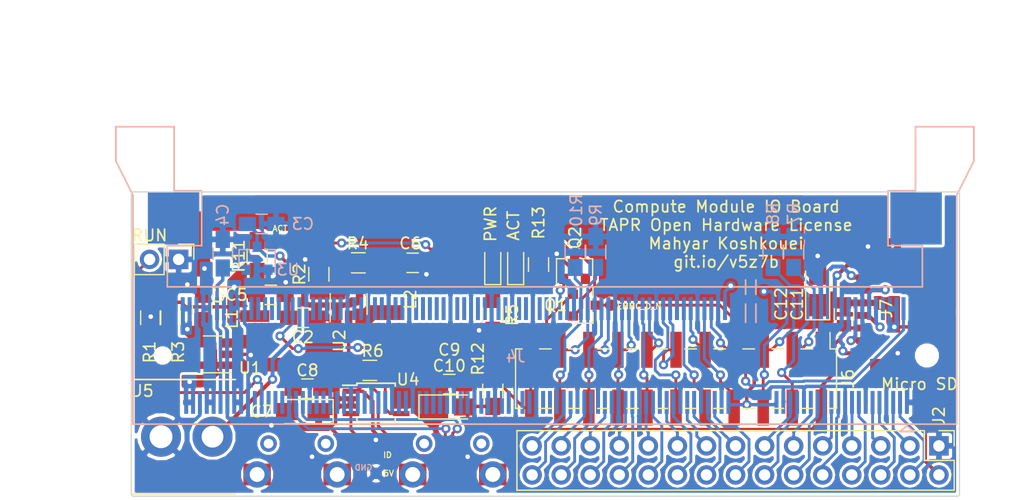
<source format=kicad_pcb>
(kicad_pcb (version 4) (host pcbnew 4.0.7)
  (title_block (title "Compute Module IO Board") (date 2017-12-01) (company "Mahyar Koshkouei") (comment 1 "Licensed under the TAPR Open Hardware License (www.tapr.org/OHL)") (comment 2 https://github.com/deltabeard/cmio))
  (layers (0 F.Cu signal) (31 B.Cu signal) (34 B.Paste user) (35 F.Paste user) (36 B.SilkS user) (37 F.SilkS user) (38 B.Mask user) (39 F.Mask user) (44 Edge.Cuts user))
  (net 0 "")
  (net 1 +5V)
  (net 2 GND)
  (net 3 +3V3)
  (net 4 +1V8)
  (net 5 /BCM_21)
  (net 6 /BCM_20)
  (net 7 /BCM_26)
  (net 8 /BCM_16)
  (net 9 /BCM_19)
  (net 10 /BCM_13)
  (net 11 /BCM_12)
  (net 12 /BCM_6)
  (net 13 /BCM_5)
  (net 14 /BCM_1)
  (net 15 /BCM_0)
  (net 16 /BCM_7)
  (net 17 /BCM_8)
  (net 18 /BCM_11)
  (net 19 /BCM_25)
  (net 20 /BCM_9)
  (net 21 /BCM_10)
  (net 22 /BCM_24)
  (net 23 /BCM_23)
  (net 24 /BCM_22)
  (net 25 /BCM_27)
  (net 26 /BCM_18)
  (net 27 /BCM_17)
  (net 28 /BCM_15)
  (net 29 /BCM_14)
  (net 30 /BCM_4)
  (net 31 /BCM_3)
  (net 32 /BCM_2)
  (net 33 OTGID)
  (net 34 /D+)
  (net 35 /D-)
  (net 36 /BCM_45)
  (net 37 /BCM_44)
  (net 38 /BCM_43)
  (net 39 /BCM_42)
  (net 40 /BCM_41)
  (net 41 /BCM_40)
  (net 42 /BCM_39)
  (net 43 /BCM_38)
  (net 44 /BCM_37)
  (net 45 /BCM_36)
  (net 46 /BCM_35)
  (net 47 /BCM_34)
  (net 48 /BCM_33)
  (net 49 /BCM_32)
  (net 50 /BCM_31)
  (net 51 /BCM_30)
  (net 52 /BCM_29)
  (net 53 /BCM_28)
  (net 54 DAT3)
  (net 55 DAT2)
  (net 56 DAT1)
  (net 57 DAT0)
  (net 58 CMD)
  (net 59 CLK)
  (net 60 "Net-(L1-Pad1)")
  (net 61 "Net-(L2-Pad1)")
  (net 62 "Net-(R1-Pad1)")
  (net 63 "Net-(R2-Pad1)")
  (net 64 "Net-(D1-Pad1)")
  (net 65 STATUS_LED)
  (net 66 "Net-(D2-Pad1)")
  (net 67 /TV)
  (net 68 /RESET)
  (net 69 +2V5)
  (net 70 VBUS)
  (net 71 EMMC_DISABLE_N)
  (net 72 "Net-(Q1-Pad2)")
  (net 73 "Net-(R6-Pad2)")
  (net 74 USB_SET)
  (module Pin_Headers:Pin_Header_Straight_2x11_Pitch2.54mm_SMD (layer F.Cu) (at 109.02 103.925 270)
    (fp_text reference J6 (at 0 -15.03 270) (layer F.SilkS))
    (fp_text value BANK1)
    (pad 1 smd rect (at -2.525 -12.7 270) (size 3.15 1) (layers F.Cu F.Paste F.Mask) (net 3 +3V3))
    (pad 2 smd rect (at 2.525 -12.7 270) (size 3.15 1) (layers F.Cu F.Paste F.Mask) (net 2 GND))
    (pad 3 smd rect (at -2.525 -10.16 270) (size 3.15 1) (layers F.Cu F.Paste F.Mask) (net 53 /BCM_28))
    (pad 4 smd rect (at 2.525 -10.16 270) (size 3.15 1) (layers F.Cu F.Paste F.Mask) (net 52 /BCM_29))
    (pad 5 smd rect (at -2.525 -7.62 270) (size 3.15 1) (layers F.Cu F.Paste F.Mask) (net 51 /BCM_30))
    (pad 6 smd rect (at 2.525 -7.62 270) (size 3.15 1) (layers F.Cu F.Paste F.Mask) (net 50 /BCM_31))
    (pad 7 smd rect (at -2.525 -5.08 270) (size 3.15 1) (layers F.Cu F.Paste F.Mask) (net 49 /BCM_32))
    (pad 8 smd rect (at 2.525 -5.08 270) (size 3.15 1) (layers F.Cu F.Paste F.Mask) (net 48 /BCM_33))
    (pad 9 smd rect (at -2.525 -2.54 270) (size 3.15 1) (layers F.Cu F.Paste F.Mask) (net 47 /BCM_34))
    (pad 10 smd rect (at 2.525 -2.54 270) (size 3.15 1) (layers F.Cu F.Paste F.Mask) (net 46 /BCM_35))
    (pad 11 smd rect (at -2.525 0 270) (size 3.15 1) (layers F.Cu F.Paste F.Mask) (net 45 /BCM_36))
    (pad 12 smd rect (at 2.525 0 270) (size 3.15 1) (layers F.Cu F.Paste F.Mask) (net 44 /BCM_37))
    (pad 13 smd rect (at -2.525 2.54 270) (size 3.15 1) (layers F.Cu F.Paste F.Mask) (net 43 /BCM_38))
    (pad 14 smd rect (at 2.525 2.54 270) (size 3.15 1) (layers F.Cu F.Paste F.Mask) (net 42 /BCM_39))
    (pad 15 smd rect (at -2.525 5.08 270) (size 3.15 1) (layers F.Cu F.Paste F.Mask) (net 41 /BCM_40))
    (pad 16 smd rect (at 2.525 5.08 270) (size 3.15 1) (layers F.Cu F.Paste F.Mask) (net 40 /BCM_41))
    (pad 17 smd rect (at -2.525 7.62 270) (size 3.15 1) (layers F.Cu F.Paste F.Mask) (net 39 /BCM_42))
    (pad 18 smd rect (at 2.525 7.62 270) (size 3.15 1) (layers F.Cu F.Paste F.Mask) (net 38 /BCM_43))
    (pad 19 smd rect (at -2.525 10.16 270) (size 3.15 1) (layers F.Cu F.Paste F.Mask) (net 37 /BCM_44))
    (pad 20 smd rect (at 2.525 10.16 270) (size 3.15 1) (layers F.Cu F.Paste F.Mask) (net 36 /BCM_45))
    (pad 21 smd rect (at -2.525 12.7 270) (size 3.15 1) (layers F.Cu F.Paste F.Mask) (net 70 VBUS))
    (pad 22 smd rect (at 2.525 12.7 270) (size 3.15 1) (layers F.Cu F.Paste F.Mask) (net 74 USB_SET))
  )
  (module Capacitors_SMD:C_0805_HandSoldering (layer F.Cu) (at 67.6 97.8 90)
    (fp_text reference C1 (at 1.4 1.4 90) (layer F.SilkS))
    (fp_text value 4.7uF)
    (pad 1 smd rect (at -1.25 0 90) (size 1.5 1.25) (layers F.Cu F.Paste F.Mask) (net 1 +5V))
    (pad 2 smd rect (at 1.25 0 90) (size 1.5 1.25) (layers F.Cu F.Paste F.Mask) (net 2 GND))
  )
  (module Capacitors_SMD:C_0805_HandSoldering (layer F.Cu) (at 76.4 98.6 180)
    (fp_text reference C2 (at 0 -1.7 180) (layer F.SilkS))
    (fp_text value 4.7uF)
    (pad 1 smd rect (at -1.25 0 180) (size 1.5 1.25) (layers F.Cu F.Paste F.Mask) (net 1 +5V))
    (pad 2 smd rect (at 1.25 0 180) (size 1.5 1.25) (layers F.Cu F.Paste F.Mask) (net 2 GND))
  )
  (module Capacitors_SMD:C_0805_HandSoldering (layer B.Cu) (at 72.8 90.4)
    (fp_text reference C3 (at 3.6 0) (layer B.SilkS) (effects (justify mirror)))
    (fp_text value 1uF)
    (pad 1 smd rect (at -1.25 0) (size 1.5 1.25) (layers B.Cu B.Paste B.Mask) (net 1 +5V))
    (pad 2 smd rect (at 1.25 0) (size 1.5 1.25) (layers B.Cu B.Paste B.Mask) (net 2 GND))
  )
  (module Capacitors_SMD:C_0805_HandSoldering (layer B.Cu) (at 69.4 93 90)
    (fp_text reference C4 (at 3.4 0 90) (layer B.SilkS) (effects (justify mirror)))
    (fp_text value 1uF)
    (pad 1 smd rect (at -1.25 0 90) (size 1.5 1.25) (layers B.Cu B.Paste B.Mask) (net 69 +2V5))
    (pad 2 smd rect (at 1.25 0 90) (size 1.5 1.25) (layers B.Cu B.Paste B.Mask) (net 2 GND))
  )
  (module Capacitors_SMD:C_0805_HandSoldering (layer F.Cu) (at 73.6 96.6)
    (fp_text reference C5 (at -3 0) (layer F.SilkS))
    (fp_text value 4.7uF)
    (pad 1 smd rect (at -1.25 0) (size 1.5 1.25) (layers F.Cu F.Paste F.Mask) (net 4 +1V8))
    (pad 2 smd rect (at 1.25 0) (size 1.5 1.25) (layers F.Cu F.Paste F.Mask) (net 2 GND))
  )
  (module Capacitors_SMD:C_0805_HandSoldering (layer F.Cu) (at 86 93.8)
    (fp_text reference C6 (at -0.2 -1.7) (layer F.SilkS))
    (fp_text value 4.7uF)
    (pad 1 smd rect (at -1.25 0) (size 1.5 1.25) (layers F.Cu F.Paste F.Mask) (net 3 +3V3))
    (pad 2 smd rect (at 1.25 0) (size 1.5 1.25) (layers F.Cu F.Paste F.Mask) (net 2 GND))
  )
  (module Capacitors_Tantalum_SMD:CP_Tantalum_Case-A_EIA-3216-18_Reflow (layer F.Cu) (at 76.4 106.8 180)
    (fp_text reference C7 (at 3.6 0 180) (layer F.SilkS))
    (fp_text value 47uF)
    (pad 1 smd rect (at -1.375 0 180) (size 1.95 1.5) (layers F.Cu F.Paste F.Mask) (net 1 +5V))
    (pad 2 smd rect (at 1.375 0 180) (size 1.95 1.5) (layers F.Cu F.Paste F.Mask) (net 2 GND))
  )
  (module Capacitors_SMD:C_0805_HandSoldering (layer F.Cu) (at 76.8 104.8 180)
    (fp_text reference C8 (at 0 1.6 180) (layer F.SilkS))
    (fp_text value 0.1uF)
    (pad 1 smd rect (at -1.25 0 180) (size 1.5 1.25) (layers F.Cu F.Paste F.Mask) (net 1 +5V))
    (pad 2 smd rect (at 1.25 0 180) (size 1.5 1.25) (layers F.Cu F.Paste F.Mask) (net 2 GND))
  )
  (module Capacitors_SMD:C_0805_HandSoldering (layer F.Cu) (at 89.2 104.4)
    (fp_text reference C9 (at 0 -3) (layer F.SilkS))
    (fp_text value 0.1uF)
    (pad 1 smd rect (at -1.25 0) (size 1.5 1.25) (layers F.Cu F.Paste F.Mask) (net 70 VBUS))
    (pad 2 smd rect (at 1.25 0) (size 1.5 1.25) (layers F.Cu F.Paste F.Mask) (net 2 GND))
  )
  (module Capacitors_Tantalum_SMD:CP_Tantalum_Case-A_EIA-3216-18_Reflow (layer F.Cu) (at 89.2 106.4)
    (fp_text reference C10 (at 0 -3.6) (layer F.SilkS))
    (fp_text value 47uF)
    (pad 1 smd rect (at -1.375 0) (size 1.95 1.5) (layers F.Cu F.Paste F.Mask) (net 70 VBUS))
    (pad 2 smd rect (at 1.375 0) (size 1.95 1.5) (layers F.Cu F.Paste F.Mask) (net 2 GND))
  )
  (module LEDs:LED_0805 (layer F.Cu) (at 93 93.9 90)
    (fp_text reference D1 hide)
    (fp_text value "PWR LED")
    (pad 2 smd rect (at 1.1 0 270) (size 1.2 1.2) (layers F.Cu F.Paste F.Mask) (net 3 +3V3))
    (pad 1 smd rect (at -1.1 0 270) (size 1.2 1.2) (layers F.Cu F.Paste F.Mask) (net 64 "Net-(D1-Pad1)"))
  )
  (module LEDs:LED_0805 (layer F.Cu) (at 95 93.9 90)
    (fp_text reference D2 hide)
    (fp_text value "STATUS LED")
    (pad 2 smd rect (at 1.1 0 270) (size 1.2 1.2) (layers F.Cu F.Paste F.Mask) (net 3 +3V3))
    (pad 1 smd rect (at -1.1 0 270) (size 1.2 1.2) (layers F.Cu F.Paste F.Mask) (net 66 "Net-(D2-Pad1)"))
  )
  (module foot:Molex_Right_Angle_SMT_TypeB_MicroUSB_105017_CircularOnly_annular_fix (layer F.Cu) (at 75.9 109.6)
    (fp_text reference J1 hide)
    (fp_text value USB_POWER)
    (pad "" smd rect (at 3.5 2.7) (size 2.4 1.9) (layers F.Cu F.Paste F.Mask))
    (pad "" smd rect (at -3.5 2.7) (size 2.4 1.9) (layers F.Cu F.Paste F.Mask))
    (pad "" smd rect (at 1 2.7) (size 1.5 1.9) (layers F.Cu F.Paste F.Mask))
    (pad "" thru_hole circle (at 3.5 2.7) (size 2.3 2.3) (drill 1.3) (layers *.Cu *.Mask))
    (pad "" thru_hole circle (at -3.5 2.7) (size 2.3 2.3) (drill 1.3) (layers *.Cu *.Mask))
    (pad "" smd rect (at -1 2.7) (size 1.5 1.9) (layers F.Cu F.Paste F.Mask))
    (pad 5 smd rect (at 1.3 0) (size 0.4 1.35) (layers F.Cu F.Paste F.Mask) (net 2 GND))
    (pad 4 smd rect (at 0.65 0) (size 0.4 1.35) (layers F.Cu F.Paste F.Mask))
    (pad 2 smd rect (at -0.65 0) (size 0.4 1.35) (layers F.Cu F.Paste F.Mask))
    (pad 1 smd rect (at -1.3 0) (size 0.4 1.35) (layers F.Cu F.Paste F.Mask) (net 1 +5V))
    (pad 3 smd rect (at 0 0) (size 0.4 1.35) (layers F.Cu F.Paste F.Mask))
    (pad "" thru_hole circle (at 2.5 0) (size 1.45 1.45) (drill 0.85) (layers *.Cu *.Mask))
    (pad "" thru_hole circle (at -2.5 0) (size 1.45 1.45) (drill 0.85) (layers *.Cu *.Mask))
  )
  (module Pin_Headers:Pin_Header_Straight_2x15_Pitch2.54mm (layer F.Cu) (at 132 109.8 270)
    (fp_text reference J2 (at -2.6 0 270) (layer F.SilkS))
    (fp_text value BANK0)
    (pad 1 thru_hole rect (at 0 0 270) (size 1.7 1.7) (drill 1) (layers *.Cu *.Mask) (net 2 GND))
    (pad 2 thru_hole oval (at 2.54 0 270) (size 1.7 1.7) (drill 1) (layers *.Cu *.Mask) (net 3 +3V3))
    (pad 3 thru_hole oval (at 0 2.54 270) (size 1.7 1.7) (drill 1) (layers *.Cu *.Mask) (net 14 /BCM_1))
    (pad 4 thru_hole oval (at 2.54 2.54 270) (size 1.7 1.7) (drill 1) (layers *.Cu *.Mask) (net 15 /BCM_0))
    (pad 5 thru_hole oval (at 0 5.08 270) (size 1.7 1.7) (drill 1) (layers *.Cu *.Mask) (net 31 /BCM_3))
    (pad 6 thru_hole oval (at 2.54 5.08 270) (size 1.7 1.7) (drill 1) (layers *.Cu *.Mask) (net 32 /BCM_2))
    (pad 7 thru_hole oval (at 0 7.62 270) (size 1.7 1.7) (drill 1) (layers *.Cu *.Mask) (net 13 /BCM_5))
    (pad 8 thru_hole oval (at 2.54 7.62 270) (size 1.7 1.7) (drill 1) (layers *.Cu *.Mask) (net 30 /BCM_4))
    (pad 9 thru_hole oval (at 0 10.16 270) (size 1.7 1.7) (drill 1) (layers *.Cu *.Mask) (net 16 /BCM_7))
    (pad 10 thru_hole oval (at 2.54 10.16 270) (size 1.7 1.7) (drill 1) (layers *.Cu *.Mask) (net 12 /BCM_6))
    (pad 11 thru_hole oval (at 0 12.7 270) (size 1.7 1.7) (drill 1) (layers *.Cu *.Mask) (net 20 /BCM_9))
    (pad 12 thru_hole oval (at 2.54 12.7 270) (size 1.7 1.7) (drill 1) (layers *.Cu *.Mask) (net 17 /BCM_8))
    (pad 13 thru_hole oval (at 0 15.24 270) (size 1.7 1.7) (drill 1) (layers *.Cu *.Mask) (net 18 /BCM_11))
    (pad 14 thru_hole oval (at 2.54 15.24 270) (size 1.7 1.7) (drill 1) (layers *.Cu *.Mask) (net 21 /BCM_10))
    (pad 15 thru_hole oval (at 0 17.78 270) (size 1.7 1.7) (drill 1) (layers *.Cu *.Mask) (net 10 /BCM_13))
    (pad 16 thru_hole oval (at 2.54 17.78 270) (size 1.7 1.7) (drill 1) (layers *.Cu *.Mask) (net 11 /BCM_12))
    (pad 17 thru_hole oval (at 0 20.32 270) (size 1.7 1.7) (drill 1) (layers *.Cu *.Mask) (net 28 /BCM_15))
    (pad 18 thru_hole oval (at 2.54 20.32 270) (size 1.7 1.7) (drill 1) (layers *.Cu *.Mask) (net 29 /BCM_14))
    (pad 19 thru_hole oval (at 0 22.86 270) (size 1.7 1.7) (drill 1) (layers *.Cu *.Mask) (net 27 /BCM_17))
    (pad 20 thru_hole oval (at 2.54 22.86 270) (size 1.7 1.7) (drill 1) (layers *.Cu *.Mask) (net 8 /BCM_16))
    (pad 21 thru_hole oval (at 0 25.4 270) (size 1.7 1.7) (drill 1) (layers *.Cu *.Mask) (net 9 /BCM_19))
    (pad 22 thru_hole oval (at 2.54 25.4 270) (size 1.7 1.7) (drill 1) (layers *.Cu *.Mask) (net 26 /BCM_18))
    (pad 23 thru_hole oval (at 0 27.94 270) (size 1.7 1.7) (drill 1) (layers *.Cu *.Mask) (net 5 /BCM_21))
    (pad 24 thru_hole oval (at 2.54 27.94 270) (size 1.7 1.7) (drill 1) (layers *.Cu *.Mask) (net 6 /BCM_20))
    (pad 25 thru_hole oval (at 0 30.48 270) (size 1.7 1.7) (drill 1) (layers *.Cu *.Mask) (net 23 /BCM_23))
    (pad 26 thru_hole oval (at 2.54 30.48 270) (size 1.7 1.7) (drill 1) (layers *.Cu *.Mask) (net 24 /BCM_22))
    (pad 27 thru_hole oval (at 0 33.02 270) (size 1.7 1.7) (drill 1) (layers *.Cu *.Mask) (net 19 /BCM_25))
    (pad 28 thru_hole oval (at 2.54 33.02 270) (size 1.7 1.7) (drill 1) (layers *.Cu *.Mask) (net 22 /BCM_24))
    (pad 29 thru_hole oval (at 0 35.56 270) (size 1.7 1.7) (drill 1) (layers *.Cu *.Mask) (net 25 /BCM_27))
    (pad 30 thru_hole oval (at 2.54 35.56 270) (size 1.7 1.7) (drill 1) (layers *.Cu *.Mask) (net 7 /BCM_26))
  )
  (module foot:Molex_Right_Angle_SMT_TypeB_MicroUSB_105017_CircularOnly_annular_fix (layer F.Cu) (at 89.5 109.6)
    (fp_text reference J3 hide)
    (fp_text value USB_OTG)
    (pad "" smd rect (at 3.5 2.7) (size 2.4 1.9) (layers F.Cu F.Paste F.Mask))
    (pad "" smd rect (at -3.5 2.7) (size 2.4 1.9) (layers F.Cu F.Paste F.Mask))
    (pad "" smd rect (at 1 2.7) (size 1.5 1.9) (layers F.Cu F.Paste F.Mask))
    (pad "" thru_hole circle (at 3.5 2.7) (size 2.3 2.3) (drill 1.3) (layers *.Cu *.Mask))
    (pad "" thru_hole circle (at -3.5 2.7) (size 2.3 2.3) (drill 1.3) (layers *.Cu *.Mask))
    (pad "" smd rect (at -1 2.7) (size 1.5 1.9) (layers F.Cu F.Paste F.Mask))
    (pad 5 smd rect (at 1.3 0) (size 0.4 1.35) (layers F.Cu F.Paste F.Mask) (net 2 GND))
    (pad 4 smd rect (at 0.65 0) (size 0.4 1.35) (layers F.Cu F.Paste F.Mask) (net 33 OTGID))
    (pad 2 smd rect (at -0.65 0) (size 0.4 1.35) (layers F.Cu F.Paste F.Mask) (net 35 /D-))
    (pad 1 smd rect (at -1.3 0) (size 0.4 1.35) (layers F.Cu F.Paste F.Mask) (net 70 VBUS))
    (pad 3 smd rect (at 0 0) (size 0.4 1.35) (layers F.Cu F.Paste F.Mask) (net 34 /D+))
    (pad "" thru_hole circle (at 2.5 0) (size 1.45 1.45) (drill 0.85) (layers *.Cu *.Mask))
    (pad "" thru_hole circle (at -2.5 0) (size 1.45 1.45) (drill 0.85) (layers *.Cu *.Mask))
  )
  (module foot:CM3_Socket_SODIMM_DDR1-2_TE_1473149_4_NoHole_NoEndSilkS (layer B.Cu) (at 64.15 101.9 180)
    (fp_text reference J4 (at -30.85 -0.1 180) (layer B.SilkS) (effects (justify mirror)))
    (fp_text value "Raspberry Pi Compute Module 1/3/3L")
    (pad 200 smd rect (at -1.75 4.1 180) (size 0.35 2) (layers B.Cu B.Paste B.Mask) (net 1 +5V))
    (pad 198 smd rect (at -2.35 4.1 180) (size 0.35 2) (layers B.Cu B.Paste B.Mask) (net 1 +5V))
    (pad 196 smd rect (at -2.95 4.1 180) (size 0.35 2) (layers B.Cu B.Paste B.Mask) (net 2 GND))
    (pad 194 smd rect (at -3.55 4.1 180) (size 0.35 2) (layers B.Cu B.Paste B.Mask) (net 3 +3V3))
    (pad 192 smd rect (at -4.15 4.1 180) (size 0.35 2) (layers B.Cu B.Paste B.Mask) (net 3 +3V3))
    (pad 190 smd rect (at -4.75 4.1 180) (size 0.35 2) (layers B.Cu B.Paste B.Mask) (net 69 +2V5))
    (pad 188 smd rect (at -5.35 4.1 180) (size 0.35 2) (layers B.Cu B.Paste B.Mask) (net 2 GND))
    (pad 186 smd rect (at -5.95 4.1 180) (size 0.35 2) (layers B.Cu B.Paste B.Mask) (net 4 +1V8))
    (pad 184 smd rect (at -6.55 4.1 180) (size 0.35 2) (layers B.Cu B.Paste B.Mask) (net 4 +1V8))
    (pad 182 smd rect (at -7.15 4.1 180) (size 0.35 2) (layers B.Cu B.Paste B.Mask) (net 2 GND))
    (pad 180 smd rect (at -7.75 4.1 180) (size 0.35 2) (layers B.Cu B.Paste B.Mask))
    (pad 178 smd rect (at -8.35 4.1 180) (size 0.35 2) (layers B.Cu B.Paste B.Mask))
    (pad 176 smd rect (at -8.95 4.1 180) (size 0.35 2) (layers B.Cu B.Paste B.Mask))
    (pad 174 smd rect (at -9.55 4.1 180) (size 0.35 2) (layers B.Cu B.Paste B.Mask))
    (pad 172 smd rect (at -10.15 4.1 180) (size 0.35 2) (layers B.Cu B.Paste B.Mask))
    (pad 170 smd rect (at -10.75 4.1 180) (size 0.35 2) (layers B.Cu B.Paste B.Mask) (net 2 GND))
    (pad 168 smd rect (at -11.35 4.1 180) (size 0.35 2) (layers B.Cu B.Paste B.Mask) (net 33 OTGID))
    (pad 166 smd rect (at -11.95 4.1 180) (size 0.35 2) (layers B.Cu B.Paste B.Mask) (net 67 /TV))
    (pad 164 smd rect (at -12.55 4.1 180) (size 0.35 2) (layers B.Cu B.Paste B.Mask) (net 2 GND))
    (pad 162 smd rect (at -13.15 4.1 180) (size 0.35 2) (layers B.Cu B.Paste B.Mask))
    (pad 160 smd rect (at -13.75 4.1 180) (size 0.35 2) (layers B.Cu B.Paste B.Mask))
    (pad 158 smd rect (at -14.35 4.1 180) (size 0.35 2) (layers B.Cu B.Paste B.Mask))
    (pad 156 smd rect (at -14.95 4.1 180) (size 0.35 2) (layers B.Cu B.Paste B.Mask))
    (pad 154 smd rect (at -15.55 4.1 180) (size 0.35 2) (layers B.Cu B.Paste B.Mask))
    (pad 152 smd rect (at -16.15 4.1 180) (size 0.35 2) (layers B.Cu B.Paste B.Mask) (net 2 GND))
    (pad 150 smd rect (at -16.75 4.1 180) (size 0.35 2) (layers B.Cu B.Paste B.Mask))
    (pad 148 smd rect (at -17.35 4.1 180) (size 0.35 2) (layers B.Cu B.Paste B.Mask))
    (pad 146 smd rect (at -17.95 4.1 180) (size 0.35 2) (layers B.Cu B.Paste B.Mask) (net 2 GND))
    (pad 144 smd rect (at -18.55 4.1 180) (size 0.35 2) (layers B.Cu B.Paste B.Mask))
    (pad 142 smd rect (at -19.15 4.1 180) (size 0.35 2) (layers B.Cu B.Paste B.Mask))
    (pad 140 smd rect (at -19.75 4.1 180) (size 0.35 2) (layers B.Cu B.Paste B.Mask) (net 2 GND))
    (pad 138 smd rect (at -20.35 4.1 180) (size 0.35 2) (layers B.Cu B.Paste B.Mask))
    (pad 136 smd rect (at -20.95 4.1 180) (size 0.35 2) (layers B.Cu B.Paste B.Mask))
    (pad 134 smd rect (at -21.55 4.1 180) (size 0.35 2) (layers B.Cu B.Paste B.Mask) (net 2 GND))
    (pad 132 smd rect (at -22.15 4.1 180) (size 0.35 2) (layers B.Cu B.Paste B.Mask))
    (pad 130 smd rect (at -22.75 4.1 180) (size 0.35 2) (layers B.Cu B.Paste B.Mask))
    (pad 128 smd rect (at -23.35 4.1 180) (size 0.35 2) (layers B.Cu B.Paste B.Mask))
    (pad 126 smd rect (at -23.95 4.1 180) (size 0.35 2) (layers B.Cu B.Paste B.Mask))
    (pad 124 smd rect (at -24.55 4.1 180) (size 0.35 2) (layers B.Cu B.Paste B.Mask))
    (pad 122 smd rect (at -25.15 4.1 180) (size 0.35 2) (layers B.Cu B.Paste B.Mask) (net 2 GND))
    (pad 120 smd rect (at -25.75 4.1 180) (size 0.35 2) (layers B.Cu B.Paste B.Mask))
    (pad 118 smd rect (at -26.35 4.1 180) (size 0.35 2) (layers B.Cu B.Paste B.Mask))
    (pad 116 smd rect (at -26.95 4.1 180) (size 0.35 2) (layers B.Cu B.Paste B.Mask) (net 2 GND))
    (pad 114 smd rect (at -27.55 4.1 180) (size 0.35 2) (layers B.Cu B.Paste B.Mask))
    (pad 112 smd rect (at -28.15 4.1 180) (size 0.35 2) (layers B.Cu B.Paste B.Mask))
    (pad 110 smd rect (at -28.75 4.1 180) (size 0.35 2) (layers B.Cu B.Paste B.Mask) (net 2 GND))
    (pad 108 smd rect (at -29.35 4.1 180) (size 0.35 2) (layers B.Cu B.Paste B.Mask))
    (pad 106 smd rect (at -29.95 4.1 180) (size 0.35 2) (layers B.Cu B.Paste B.Mask))
    (pad 104 smd rect (at -30.55 4.1 180) (size 0.35 2) (layers B.Cu B.Paste B.Mask) (net 2 GND))
    (pad 102 smd rect (at -31.15 4.1 180) (size 0.35 2) (layers B.Cu B.Paste B.Mask))
    (pad 100 smd rect (at -31.75 4.1 180) (size 0.35 2) (layers B.Cu B.Paste B.Mask))
    (pad 98 smd rect (at -32.35 4.1 180) (size 0.35 2) (layers B.Cu B.Paste B.Mask) (net 2 GND))
    (pad 96 smd rect (at -32.95 4.1 180) (size 0.35 2) (layers B.Cu B.Paste B.Mask))
    (pad 94 smd rect (at -33.55 4.1 180) (size 0.35 2) (layers B.Cu B.Paste B.Mask))
    (pad 92 smd rect (at -34.15 4.1 180) (size 0.35 2) (layers B.Cu B.Paste B.Mask) (net 2 GND))
    (pad 90 smd rect (at -34.75 4.1 180) (size 0.35 2) (layers B.Cu B.Paste B.Mask) (net 65 STATUS_LED))
    (pad 88 smd rect (at -35.35 4.1 180) (size 0.35 2) (layers B.Cu B.Paste B.Mask))
    (pad 86 smd rect (at -35.95 4.1 180) (size 0.35 2) (layers B.Cu B.Paste B.Mask) (net 2 GND))
    (pad 84 smd rect (at -36.55 4.1 180) (size 0.35 2) (layers B.Cu B.Paste B.Mask) (net 36 /BCM_45))
    (pad 82 smd rect (at -37.15 4.1 180) (size 0.35 2) (layers B.Cu B.Paste B.Mask) (net 37 /BCM_44))
    (pad 80 smd rect (at -37.75 4.1 180) (size 0.35 2) (layers B.Cu B.Paste B.Mask) (net 2 GND))
    (pad 78 smd rect (at -38.35 4.1 180) (size 0.35 2) (layers B.Cu B.Paste B.Mask) (net 38 /BCM_43))
    (pad 76 smd rect (at -38.95 4.1 180) (size 0.35 2) (layers B.Cu B.Paste B.Mask) (net 39 /BCM_42))
    (pad 74 smd rect (at -39.55 4.1 180) (size 0.35 2) (layers B.Cu B.Paste B.Mask) (net 2 GND))
    (pad 72 smd rect (at -40.15 4.1 180) (size 0.35 2) (layers B.Cu B.Paste B.Mask) (net 40 /BCM_41))
    (pad 70 smd rect (at -40.75 4.1 180) (size 0.35 2) (layers B.Cu B.Paste B.Mask) (net 41 /BCM_40))
    (pad 68 smd rect (at -41.35 4.1 180) (size 0.35 2) (layers B.Cu B.Paste B.Mask) (net 2 GND))
    (pad 66 smd rect (at -41.95 4.1 180) (size 0.35 2) (layers B.Cu B.Paste B.Mask) (net 42 /BCM_39))
    (pad 64 smd rect (at -42.55 4.1 180) (size 0.35 2) (layers B.Cu B.Paste B.Mask) (net 43 /BCM_38))
    (pad 62 smd rect (at -43.15 4.1 180) (size 0.35 2) (layers B.Cu B.Paste B.Mask) (net 2 GND))
    (pad 60 smd rect (at -43.75 4.1 180) (size 0.35 2) (layers B.Cu B.Paste B.Mask) (net 44 /BCM_37))
    (pad 58 smd rect (at -44.35 4.1 180) (size 0.35 2) (layers B.Cu B.Paste B.Mask) (net 45 /BCM_36))
    (pad 56 smd rect (at -44.95 4.1 180) (size 0.35 2) (layers B.Cu B.Paste B.Mask) (net 2 GND))
    (pad 54 smd rect (at -45.55 4.1 180) (size 0.35 2) (layers B.Cu B.Paste B.Mask) (net 46 /BCM_35))
    (pad 52 smd rect (at -46.15 4.1 180) (size 0.35 2) (layers B.Cu B.Paste B.Mask) (net 47 /BCM_34))
    (pad 50 smd rect (at -46.75 4.1 180) (size 0.35 2) (layers B.Cu B.Paste B.Mask) (net 2 GND))
    (pad 48 smd rect (at -47.35 4.1 180) (size 0.35 2) (layers B.Cu B.Paste B.Mask) (net 48 /BCM_33))
    (pad 46 smd rect (at -47.95 4.1 180) (size 0.35 2) (layers B.Cu B.Paste B.Mask) (net 49 /BCM_32))
    (pad 44 smd rect (at -48.55 4.1 180) (size 0.35 2) (layers B.Cu B.Paste B.Mask) (net 2 GND))
    (pad 42 smd rect (at -49.15 4.1 180) (size 0.35 2) (layers B.Cu B.Paste B.Mask) (net 3 +3V3))
    (pad 40 smd rect (at -53.35 4.1 180) (size 0.35 2) (layers B.Cu B.Paste B.Mask) (net 3 +3V3))
    (pad 38 smd rect (at -53.95 4.1 180) (size 0.35 2) (layers B.Cu B.Paste B.Mask) (net 2 GND))
    (pad 36 smd rect (at -54.55 4.1 180) (size 0.35 2) (layers B.Cu B.Paste B.Mask) (net 50 /BCM_31))
    (pad 34 smd rect (at -55.15 4.1 180) (size 0.35 2) (layers B.Cu B.Paste B.Mask) (net 51 /BCM_30))
    (pad 32 smd rect (at -55.75 4.1 180) (size 0.35 2) (layers B.Cu B.Paste B.Mask) (net 2 GND))
    (pad 30 smd rect (at -56.35 4.1 180) (size 0.35 2) (layers B.Cu B.Paste B.Mask) (net 52 /BCM_29))
    (pad 28 smd rect (at -56.95 4.1 180) (size 0.35 2) (layers B.Cu B.Paste B.Mask) (net 53 /BCM_28))
    (pad 26 smd rect (at -57.55 4.1 180) (size 0.35 2) (layers B.Cu B.Paste B.Mask) (net 2 GND))
    (pad 24 smd rect (at -58.15 4.1 180) (size 0.35 2) (layers B.Cu B.Paste B.Mask) (net 54 DAT3))
    (pad 22 smd rect (at -58.75 4.1 180) (size 0.35 2) (layers B.Cu B.Paste B.Mask) (net 55 DAT2))
    (pad 20 smd rect (at -59.35 4.1 180) (size 0.35 2) (layers B.Cu B.Paste B.Mask) (net 2 GND))
    (pad 18 smd rect (at -59.95 4.1 180) (size 0.35 2) (layers B.Cu B.Paste B.Mask) (net 56 DAT1))
    (pad 16 smd rect (at -60.55 4.1 180) (size 0.35 2) (layers B.Cu B.Paste B.Mask) (net 57 DAT0))
    (pad 14 smd rect (at -61.15 4.1 180) (size 0.35 2) (layers B.Cu B.Paste B.Mask) (net 2 GND))
    (pad 12 smd rect (at -61.75 4.1 180) (size 0.35 2) (layers B.Cu B.Paste B.Mask) (net 58 CMD))
    (pad 10 smd rect (at -62.35 4.1 180) (size 0.35 2) (layers B.Cu B.Paste B.Mask) (net 59 CLK))
    (pad 8 smd rect (at -62.95 4.1 180) (size 0.35 2) (layers B.Cu B.Paste B.Mask) (net 2 GND))
    (pad 6 smd rect (at -63.55 4.1 180) (size 0.35 2) (layers B.Cu B.Paste B.Mask) (net 3 +3V3))
    (pad 4 smd rect (at -64.15 4.1 180) (size 0.35 2) (layers B.Cu B.Paste B.Mask) (net 3 +3V3))
    (pad 2 smd rect (at -64.75 4.1 180) (size 0.35 2) (layers B.Cu B.Paste B.Mask) (net 71 EMMC_DISABLE_N))
    (pad 199 smd rect (at -2.05 -4.1 180) (size 0.35 2) (layers B.Cu B.Paste B.Mask) (net 1 +5V))
    (pad 197 smd rect (at -2.65 -4.1 180) (size 0.35 2) (layers B.Cu B.Paste B.Mask) (net 1 +5V))
    (pad 195 smd rect (at -3.25 -4.1 180) (size 0.35 2) (layers B.Cu B.Paste B.Mask) (net 2 GND))
    (pad 193 smd rect (at -3.85 -4.1 180) (size 0.35 2) (layers B.Cu B.Paste B.Mask) (net 3 +3V3))
    (pad 191 smd rect (at -4.45 -4.1 180) (size 0.35 2) (layers B.Cu B.Paste B.Mask) (net 3 +3V3))
    (pad 189 smd rect (at -5.05 -4.1 180) (size 0.35 2) (layers B.Cu B.Paste B.Mask) (net 69 +2V5))
    (pad 187 smd rect (at -5.65 -4.1 180) (size 0.35 2) (layers B.Cu B.Paste B.Mask) (net 2 GND))
    (pad 185 smd rect (at -6.25 -4.1 180) (size 0.35 2) (layers B.Cu B.Paste B.Mask) (net 4 +1V8))
    (pad 183 smd rect (at -6.85 -4.1 180) (size 0.35 2) (layers B.Cu B.Paste B.Mask) (net 4 +1V8))
    (pad 181 smd rect (at -7.45 -4.1 180) (size 0.35 2) (layers B.Cu B.Paste B.Mask) (net 2 GND))
    (pad 179 smd rect (at -8.05 -4.1 180) (size 0.35 2) (layers B.Cu B.Paste B.Mask))
    (pad 177 smd rect (at -8.65 -4.1 180) (size 0.35 2) (layers B.Cu B.Paste B.Mask) (net 68 /RESET))
    (pad 175 smd rect (at -9.25 -4.1 180) (size 0.35 2) (layers B.Cu B.Paste B.Mask))
    (pad 173 smd rect (at -9.85 -4.1 180) (size 0.35 2) (layers B.Cu B.Paste B.Mask))
    (pad 171 smd rect (at -10.45 -4.1 180) (size 0.35 2) (layers B.Cu B.Paste B.Mask))
    (pad 169 smd rect (at -11.05 -4.1 180) (size 0.35 2) (layers B.Cu B.Paste B.Mask) (net 2 GND))
    (pad 167 smd rect (at -11.65 -4.1 180) (size 0.35 2) (layers B.Cu B.Paste B.Mask) (net 35 /D-))
    (pad 165 smd rect (at -12.25 -4.1 180) (size 0.35 2) (layers B.Cu B.Paste B.Mask) (net 34 /D+))
    (pad 163 smd rect (at -12.85 -4.1 180) (size 0.35 2) (layers B.Cu B.Paste B.Mask) (net 2 GND))
    (pad 161 smd rect (at -13.45 -4.1 180) (size 0.35 2) (layers B.Cu B.Paste B.Mask))
    (pad 159 smd rect (at -14.05 -4.1 180) (size 0.35 2) (layers B.Cu B.Paste B.Mask))
    (pad 157 smd rect (at -14.65 -4.1 180) (size 0.35 2) (layers B.Cu B.Paste B.Mask) (net 2 GND))
    (pad 155 smd rect (at -15.25 -4.1 180) (size 0.35 2) (layers B.Cu B.Paste B.Mask))
    (pad 153 smd rect (at -15.85 -4.1 180) (size 0.35 2) (layers B.Cu B.Paste B.Mask))
    (pad 151 smd rect (at -16.45 -4.1 180) (size 0.35 2) (layers B.Cu B.Paste B.Mask) (net 2 GND))
    (pad 149 smd rect (at -17.05 -4.1 180) (size 0.35 2) (layers B.Cu B.Paste B.Mask))
    (pad 147 smd rect (at -17.65 -4.1 180) (size 0.35 2) (layers B.Cu B.Paste B.Mask))
    (pad 145 smd rect (at -18.25 -4.1 180) (size 0.35 2) (layers B.Cu B.Paste B.Mask) (net 2 GND))
    (pad 143 smd rect (at -18.85 -4.1 180) (size 0.35 2) (layers B.Cu B.Paste B.Mask))
    (pad 141 smd rect (at -19.45 -4.1 180) (size 0.35 2) (layers B.Cu B.Paste B.Mask))
    (pad 139 smd rect (at -20.05 -4.1 180) (size 0.35 2) (layers B.Cu B.Paste B.Mask) (net 2 GND))
    (pad 137 smd rect (at -20.65 -4.1 180) (size 0.35 2) (layers B.Cu B.Paste B.Mask))
    (pad 135 smd rect (at -21.25 -4.1 180) (size 0.35 2) (layers B.Cu B.Paste B.Mask))
    (pad 133 smd rect (at -21.85 -4.1 180) (size 0.35 2) (layers B.Cu B.Paste B.Mask) (net 2 GND))
    (pad 131 smd rect (at -22.45 -4.1 180) (size 0.35 2) (layers B.Cu B.Paste B.Mask))
    (pad 129 smd rect (at -23.05 -4.1 180) (size 0.35 2) (layers B.Cu B.Paste B.Mask))
    (pad 127 smd rect (at -23.65 -4.1 180) (size 0.35 2) (layers B.Cu B.Paste B.Mask) (net 2 GND))
    (pad 125 smd rect (at -24.25 -4.1 180) (size 0.35 2) (layers B.Cu B.Paste B.Mask))
    (pad 123 smd rect (at -24.85 -4.1 180) (size 0.35 2) (layers B.Cu B.Paste B.Mask))
    (pad 121 smd rect (at -25.45 -4.1 180) (size 0.35 2) (layers B.Cu B.Paste B.Mask) (net 2 GND))
    (pad 119 smd rect (at -26.05 -4.1 180) (size 0.35 2) (layers B.Cu B.Paste B.Mask))
    (pad 117 smd rect (at -26.65 -4.1 180) (size 0.35 2) (layers B.Cu B.Paste B.Mask))
    (pad 115 smd rect (at -27.25 -4.1 180) (size 0.35 2) (layers B.Cu B.Paste B.Mask) (net 2 GND))
    (pad 113 smd rect (at -27.85 -4.1 180) (size 0.35 2) (layers B.Cu B.Paste B.Mask))
    (pad 111 smd rect (at -28.45 -4.1 180) (size 0.35 2) (layers B.Cu B.Paste B.Mask))
    (pad 109 smd rect (at -29.05 -4.1 180) (size 0.35 2) (layers B.Cu B.Paste B.Mask) (net 2 GND))
    (pad 107 smd rect (at -29.65 -4.1 180) (size 0.35 2) (layers B.Cu B.Paste B.Mask))
    (pad 105 smd rect (at -30.25 -4.1 180) (size 0.35 2) (layers B.Cu B.Paste B.Mask))
    (pad 103 smd rect (at -30.85 -4.1 180) (size 0.35 2) (layers B.Cu B.Paste B.Mask) (net 2 GND))
    (pad 101 smd rect (at -31.45 -4.1 180) (size 0.35 2) (layers B.Cu B.Paste B.Mask))
    (pad 99 smd rect (at -32.05 -4.1 180) (size 0.35 2) (layers B.Cu B.Paste B.Mask))
    (pad 97 smd rect (at -32.65 -4.1 180) (size 0.35 2) (layers B.Cu B.Paste B.Mask) (net 2 GND))
    (pad 95 smd rect (at -33.25 -4.1 180) (size 0.35 2) (layers B.Cu B.Paste B.Mask))
    (pad 93 smd rect (at -33.85 -4.1 180) (size 0.35 2) (layers B.Cu B.Paste B.Mask))
    (pad 91 smd rect (at -34.45 -4.1 180) (size 0.35 2) (layers B.Cu B.Paste B.Mask) (net 2 GND))
    (pad 89 smd rect (at -35.05 -4.1 180) (size 0.35 2) (layers B.Cu B.Paste B.Mask) (net 25 /BCM_27))
    (pad 87 smd rect (at -35.65 -4.1 180) (size 0.35 2) (layers B.Cu B.Paste B.Mask) (net 7 /BCM_26))
    (pad 85 smd rect (at -36.25 -4.1 180) (size 0.35 2) (layers B.Cu B.Paste B.Mask) (net 2 GND))
    (pad 83 smd rect (at -36.85 -4.1 180) (size 0.35 2) (layers B.Cu B.Paste B.Mask) (net 19 /BCM_25))
    (pad 81 smd rect (at -37.45 -4.1 180) (size 0.35 2) (layers B.Cu B.Paste B.Mask) (net 22 /BCM_24))
    (pad 79 smd rect (at -38.05 -4.1 180) (size 0.35 2) (layers B.Cu B.Paste B.Mask) (net 2 GND))
    (pad 77 smd rect (at -38.65 -4.1 180) (size 0.35 2) (layers B.Cu B.Paste B.Mask) (net 23 /BCM_23))
    (pad 75 smd rect (at -39.25 -4.1 180) (size 0.35 2) (layers B.Cu B.Paste B.Mask) (net 24 /BCM_22))
    (pad 73 smd rect (at -39.85 -4.1 180) (size 0.35 2) (layers B.Cu B.Paste B.Mask) (net 2 GND))
    (pad 71 smd rect (at -40.45 -4.1 180) (size 0.35 2) (layers B.Cu B.Paste B.Mask) (net 5 /BCM_21))
    (pad 69 smd rect (at -41.05 -4.1 180) (size 0.35 2) (layers B.Cu B.Paste B.Mask) (net 6 /BCM_20))
    (pad 67 smd rect (at -41.65 -4.1 180) (size 0.35 2) (layers B.Cu B.Paste B.Mask) (net 2 GND))
    (pad 65 smd rect (at -42.25 -4.1 180) (size 0.35 2) (layers B.Cu B.Paste B.Mask) (net 9 /BCM_19))
    (pad 63 smd rect (at -42.85 -4.1 180) (size 0.35 2) (layers B.Cu B.Paste B.Mask) (net 26 /BCM_18))
    (pad 61 smd rect (at -43.45 -4.1 180) (size 0.35 2) (layers B.Cu B.Paste B.Mask) (net 2 GND))
    (pad 59 smd rect (at -44.05 -4.1 180) (size 0.35 2) (layers B.Cu B.Paste B.Mask) (net 27 /BCM_17))
    (pad 57 smd rect (at -44.65 -4.1 180) (size 0.35 2) (layers B.Cu B.Paste B.Mask) (net 8 /BCM_16))
    (pad 55 smd rect (at -45.25 -4.1 180) (size 0.35 2) (layers B.Cu B.Paste B.Mask) (net 2 GND))
    (pad 53 smd rect (at -45.85 -4.1 180) (size 0.35 2) (layers B.Cu B.Paste B.Mask) (net 28 /BCM_15))
    (pad 51 smd rect (at -46.45 -4.1 180) (size 0.35 2) (layers B.Cu B.Paste B.Mask) (net 29 /BCM_14))
    (pad 49 smd rect (at -47.05 -4.1 180) (size 0.35 2) (layers B.Cu B.Paste B.Mask) (net 2 GND))
    (pad 47 smd rect (at -47.65 -4.1 180) (size 0.35 2) (layers B.Cu B.Paste B.Mask) (net 10 /BCM_13))
    (pad 45 smd rect (at -48.25 -4.1 180) (size 0.35 2) (layers B.Cu B.Paste B.Mask) (net 11 /BCM_12))
    (pad 43 smd rect (at -48.85 -4.1 180) (size 0.35 2) (layers B.Cu B.Paste B.Mask) (net 2 GND))
    (pad 41 smd rect (at -49.45 -4.1 180) (size 0.35 2) (layers B.Cu B.Paste B.Mask) (net 3 +3V3))
    (pad 39 smd rect (at -53.65 -4.1 180) (size 0.35 2) (layers B.Cu B.Paste B.Mask) (net 3 +3V3))
    (pad 37 smd rect (at -54.25 -4.1 180) (size 0.35 2) (layers B.Cu B.Paste B.Mask) (net 2 GND))
    (pad 35 smd rect (at -54.85 -4.1 180) (size 0.35 2) (layers B.Cu B.Paste B.Mask) (net 18 /BCM_11))
    (pad 33 smd rect (at -55.45 -4.1 180) (size 0.35 2) (layers B.Cu B.Paste B.Mask) (net 21 /BCM_10))
    (pad 31 smd rect (at -56.05 -4.1 180) (size 0.35 2) (layers B.Cu B.Paste B.Mask) (net 2 GND))
    (pad 29 smd rect (at -56.65 -4.1 180) (size 0.35 2) (layers B.Cu B.Paste B.Mask) (net 20 /BCM_9))
    (pad 27 smd rect (at -57.25 -4.1 180) (size 0.35 2) (layers B.Cu B.Paste B.Mask) (net 17 /BCM_8))
    (pad 25 smd rect (at -57.85 -4.1 180) (size 0.35 2) (layers B.Cu B.Paste B.Mask) (net 2 GND))
    (pad 23 smd rect (at -58.45 -4.1 180) (size 0.35 2) (layers B.Cu B.Paste B.Mask) (net 16 /BCM_7))
    (pad 21 smd rect (at -59.05 -4.1 180) (size 0.35 2) (layers B.Cu B.Paste B.Mask) (net 12 /BCM_6))
    (pad 19 smd rect (at -59.65 -4.1 180) (size 0.35 2) (layers B.Cu B.Paste B.Mask) (net 2 GND))
    (pad 17 smd rect (at -60.25 -4.1 180) (size 0.35 2) (layers B.Cu B.Paste B.Mask) (net 13 /BCM_5))
    (pad 15 smd rect (at -60.85 -4.1 180) (size 0.35 2) (layers B.Cu B.Paste B.Mask) (net 30 /BCM_4))
    (pad 13 smd rect (at -61.45 -4.1 180) (size 0.35 2) (layers B.Cu B.Paste B.Mask) (net 2 GND))
    (pad 11 smd rect (at -62.05 -4.1 180) (size 0.35 2) (layers B.Cu B.Paste B.Mask) (net 31 /BCM_3))
    (pad 9 smd rect (at -62.65 -4.1 180) (size 0.35 2) (layers B.Cu B.Paste B.Mask) (net 32 /BCM_2))
    (pad 7 smd rect (at -63.25 -4.1 180) (size 0.35 2) (layers B.Cu B.Paste B.Mask) (net 2 GND))
    (pad 5 smd rect (at -63.85 -4.1 180) (size 0.35 2) (layers B.Cu B.Paste B.Mask) (net 14 /BCM_1))
    (pad 3 smd rect (at -64.45 -4.1 180) (size 0.35 2) (layers B.Cu B.Paste B.Mask) (net 15 /BCM_0))
    (pad 1 smd rect (at -65.05 -4.1 180) (size 0.35 2) (layers B.Cu B.Paste B.Mask) (net 2 GND))
    (pad "" smd rect (at -65.85 12 180) (size 4.5 4.6) (layers B.Cu B.Paste B.Mask))
    (pad "" np_thru_hole circle (at 0 0 180) (size 1.1 1.1) (drill 1.1) (layers *.Cu *.Mask))
    (pad "" np_thru_hole circle (at -66.8 0 180) (size 1.6 1.6) (drill 1.6) (layers *.Cu *.Mask))
    (pad "" smd rect (at -0.95 12 180) (size 4.5 4.6) (layers B.Cu B.Paste B.Mask))
  )
  (module foot:RCA_PHONO (layer F.Cu) (at 64 109)
    (fp_text reference J5 (at -1.5 -4) (layer F.SilkS))
    (fp_text value TVOUT)
    (pad 1 thru_hole circle (at 4.5 0) (size 3.5 3.5) (drill 1.9) (layers *.Cu *.Mask) (net 67 /TV))
    (pad 2 thru_hole circle (at 0 0) (size 3.5 3.5) (drill 2) (layers *.Cu *.Mask) (net 2 GND))
  )
  (module foot:Molex_Micro_SD_47309-2651 (layer F.Cu) (at 124.075 97.85 90)
    (fp_text reference J7 (at 0.05 3.325 90) (layer F.SilkS))
    (fp_text value Micro_SD_Card_Molex_47309-2651)
    (pad 1 smd rect (at 3.85 1.325 90) (size 0.6 1.25) (layers F.Cu F.Paste F.Mask) (net 55 DAT2))
    (pad 2 smd rect (at 2.75 1.325 90) (size 0.6 1.25) (layers F.Cu F.Paste F.Mask) (net 54 DAT3))
    (pad 3 smd rect (at 1.65 1.325 90) (size 0.6 1.25) (layers F.Cu F.Paste F.Mask) (net 58 CMD))
    (pad 4 smd rect (at 0.55 1.325 90) (size 0.6 1.25) (layers F.Cu F.Paste F.Mask) (net 3 +3V3))
    (pad 5 smd rect (at -0.55 1.325 90) (size 0.6 1.25) (layers F.Cu F.Paste F.Mask) (net 59 CLK))
    (pad 6 smd rect (at -1.65 1.325 90) (size 0.6 1.25) (layers F.Cu F.Paste F.Mask) (net 2 GND))
    (pad 7 smd rect (at -2.75 1.325 90) (size 0.6 1.25) (layers F.Cu F.Paste F.Mask) (net 57 DAT0))
    (pad 8 smd rect (at -3.85 1.325 90) (size 0.6 1.25) (layers F.Cu F.Paste F.Mask) (net 56 DAT1))
    (pad 9 smd rect (at -4.95 3.805 90) (size 1.2 3.79) (layers F.Cu F.Paste F.Mask) (net 2 GND))
    (pad 10 smd rect (at 5.475 3.05 90) (size 1.45 1.4) (layers F.Cu F.Paste F.Mask) (net 2 GND))
    (pad 11 smd rect (at 5.7 4.3 90) (size 1 0.6) (layers F.Cu F.Paste F.Mask))
    (pad 12 smd rect (at 4.775 5.275 90) (size 0.95 0.85) (layers F.Cu F.Paste F.Mask))
  )
  (module Inductors_NEOSID:Neosid_Inductor_SM-NE29_SMD1008 (layer F.Cu) (at 72.2 99.6 90)
    (fp_text reference L1 (at 0.9 -2 90) (layer F.SilkS))
    (fp_text value 2.2uH)
    (pad 2 smd rect (at 1.14554 0 90) (size 1.02108 2.54) (layers F.Cu F.Paste F.Mask) (net 4 +1V8))
    (pad 1 smd rect (at -1.14554 0 90) (size 1.02108 2.54) (layers F.Cu F.Paste F.Mask) (net 60 "Net-(L1-Pad1)"))
  )
  (module Inductors_NEOSID:Neosid_Inductor_SM-NE29_SMD1008 (layer F.Cu) (at 83.6 97 90)
    (fp_text reference L2 (at 0 2.2 90) (layer F.SilkS))
    (fp_text value 2.2uH)
    (pad 2 smd rect (at 1.14554 0 90) (size 1.02108 2.54) (layers F.Cu F.Paste F.Mask) (net 3 +3V3))
    (pad 1 smd rect (at -1.14554 0 90) (size 1.02108 2.54) (layers F.Cu F.Paste F.Mask) (net 61 "Net-(L2-Pad1)"))
  )
  (module TO_SOT_Packages_SMD:SOT-23 (layer F.Cu) (at 101 97.5)
    (fp_text reference Q1 (at -2.5 0) (layer F.SilkS))
    (fp_text value 2N7002)
    (pad 1 smd rect (at -1 -0.95) (size 0.9 0.8) (layers F.Cu F.Paste F.Mask) (net 74 USB_SET))
    (pad 2 smd rect (at -1 0.95) (size 0.9 0.8) (layers F.Cu F.Paste F.Mask) (net 72 "Net-(Q1-Pad2)"))
    (pad 3 smd rect (at 1 0) (size 0.9 0.8) (layers F.Cu F.Paste F.Mask) (net 71 EMMC_DISABLE_N))
  )
  (module TO_SOT_Packages_SMD:SOT-23 (layer F.Cu) (at 100.15 94.2 90)
    (fp_text reference Q2 (at 2.6 0.05 90) (layer F.SilkS))
    (fp_text value 2N7002)
    (pad 1 smd rect (at -1 -0.95 90) (size 0.9 0.8) (layers F.Cu F.Paste F.Mask) (net 65 STATUS_LED))
    (pad 2 smd rect (at -1 0.95 90) (size 0.9 0.8) (layers F.Cu F.Paste F.Mask) (net 2 GND))
    (pad 3 smd rect (at 1 0 90) (size 0.9 0.8) (layers F.Cu F.Paste F.Mask) (net 72 "Net-(Q1-Pad2)"))
  )
  (module Resistors_SMD:R_0805_HandSoldering (layer F.Cu) (at 63.1 98.6 90)
    (fp_text reference R1 (at -3 -0.1 90) (layer F.SilkS))
    (fp_text value 100k)
    (pad 1 smd rect (at -1.35 0 90) (size 1.5 1.3) (layers F.Cu F.Paste F.Mask) (net 62 "Net-(R1-Pad1)"))
    (pad 2 smd rect (at 1.35 0 90) (size 1.5 1.3) (layers F.Cu F.Paste F.Mask) (net 2 GND))
  )
  (module Resistors_SMD:R_0805_HandSoldering (layer F.Cu) (at 77.8 94.8 90)
    (fp_text reference R2 (at 0 -1.7 90) (layer F.SilkS))
    (fp_text value 100k)
    (pad 1 smd rect (at -1.35 0 90) (size 1.5 1.3) (layers F.Cu F.Paste F.Mask) (net 63 "Net-(R2-Pad1)"))
    (pad 2 smd rect (at 1.35 0 90) (size 1.5 1.3) (layers F.Cu F.Paste F.Mask) (net 2 GND))
  )
  (module Resistors_SMD:R_0805_HandSoldering (layer F.Cu) (at 64.8 98.6 270)
    (fp_text reference R3 (at 3 -0.7 270) (layer F.SilkS))
    (fp_text value 200k)
    (pad 1 smd rect (at -1.35 0 270) (size 1.5 1.3) (layers F.Cu F.Paste F.Mask) (net 4 +1V8))
    (pad 2 smd rect (at 1.35 0 270) (size 1.5 1.3) (layers F.Cu F.Paste F.Mask) (net 62 "Net-(R1-Pad1)"))
  )
  (module Resistors_SMD:R_0805_HandSoldering (layer F.Cu) (at 81.25 93.8 180)
    (fp_text reference R4 (at 0.05 1.7 360) (layer F.SilkS))
    (fp_text value 450k)
    (pad 1 smd rect (at -1.35 0 180) (size 1.5 1.3) (layers F.Cu F.Paste F.Mask) (net 3 +3V3))
    (pad 2 smd rect (at 1.35 0 180) (size 1.5 1.3) (layers F.Cu F.Paste F.Mask) (net 63 "Net-(R2-Pad1)"))
  )
  (module Resistors_SMD:R_0805_HandSoldering (layer F.Cu) (at 93 98.35 270)
    (fp_text reference R5 (at 0 -1.7 270) (layer F.SilkS))
    (fp_text value 470R)
    (pad 1 smd rect (at -1.35 0 270) (size 1.5 1.3) (layers F.Cu F.Paste F.Mask) (net 64 "Net-(D1-Pad1)"))
    (pad 2 smd rect (at 1.35 0 270) (size 1.5 1.3) (layers F.Cu F.Paste F.Mask) (net 2 GND))
  )
  (module Resistors_SMD:R_0805_HandSoldering (layer F.Cu) (at 82.25 103.2)
    (fp_text reference R6 (at 0.25 -1.7) (layer F.SilkS))
    (fp_text value 10k)
    (pad 1 smd rect (at -1.35 0) (size 1.5 1.3) (layers F.Cu F.Paste F.Mask) (net 1 +5V))
    (pad 2 smd rect (at 1.35 0) (size 1.5 1.3) (layers F.Cu F.Paste F.Mask) (net 73 "Net-(R6-Pad2)"))
  )
  (module Resistors_SMD:R_0805_HandSoldering (layer B.Cu) (at 119.3 92.85 90)
    (fp_text reference R7 (at 3.35 0 90) (layer B.SilkS) (effects (justify mirror)))
    (fp_text value 100k)
    (pad 1 smd rect (at -1.35 0 90) (size 1.5 1.3) (layers B.Cu B.Paste B.Mask) (net 53 /BCM_28))
    (pad 2 smd rect (at 1.35 0 90) (size 1.5 1.3) (layers B.Cu B.Paste B.Mask) (net 2 GND))
  )
  (module Resistors_SMD:R_0805_HandSoldering (layer B.Cu) (at 117.5 92.85 90)
    (fp_text reference R8 (at 3.35 0 90) (layer B.SilkS) (effects (justify mirror)))
    (fp_text value 100k)
    (pad 1 smd rect (at -1.35 0 90) (size 1.5 1.3) (layers B.Cu B.Paste B.Mask) (net 52 /BCM_29))
    (pad 2 smd rect (at 1.35 0 90) (size 1.5 1.3) (layers B.Cu B.Paste B.Mask) (net 2 GND))
  )
  (module Resistors_SMD:R_0805_HandSoldering (layer B.Cu) (at 102 92.85 90)
    (fp_text reference R9 (at 3.25 0 90) (layer B.SilkS) (effects (justify mirror)))
    (fp_text value 100k)
    (pad 1 smd rect (at -1.35 0 90) (size 1.5 1.3) (layers B.Cu B.Paste B.Mask) (net 37 /BCM_44))
    (pad 2 smd rect (at 1.35 0 90) (size 1.5 1.3) (layers B.Cu B.Paste B.Mask) (net 2 GND))
  )
  (module Resistors_SMD:R_0805_HandSoldering (layer B.Cu) (at 100.2 92.85 90)
    (fp_text reference R10 (at 3.65 0.1 90) (layer B.SilkS) (effects (justify mirror)))
    (fp_text value 100k)
    (pad 1 smd rect (at -1.35 0 90) (size 1.5 1.3) (layers B.Cu B.Paste B.Mask) (net 36 /BCM_45))
    (pad 2 smd rect (at 1.35 0 90) (size 1.5 1.3) (layers B.Cu B.Paste B.Mask) (net 2 GND))
  )
  (module Resistors_SMD:R_0805_HandSoldering (layer F.Cu) (at 72.4 93.2 90)
    (fp_text reference R11 (at 0 -1.6 90) (layer F.SilkS))
    (fp_text value 100k)
    (pad 1 smd rect (at -1.35 0 90) (size 1.5 1.3) (layers F.Cu F.Paste F.Mask) (net 4 +1V8))
    (pad 2 smd rect (at 1.35 0 90) (size 1.5 1.3) (layers F.Cu F.Paste F.Mask) (net 65 STATUS_LED))
  )
  (module Resistors_SMD:R_0805_HandSoldering (layer F.Cu) (at 93 105 270)
    (fp_text reference R12 (at -2.8 1.3 270) (layer F.SilkS))
    (fp_text value 100k)
    (pad 1 smd rect (at -1.35 0 270) (size 1.5 1.3) (layers F.Cu F.Paste F.Mask) (net 74 USB_SET))
    (pad 2 smd rect (at 1.35 0 270) (size 1.5 1.3) (layers F.Cu F.Paste F.Mask) (net 2 GND))
  )
  (module Resistors_SMD:R_0805_HandSoldering (layer F.Cu) (at 97 93.95 90)
    (fp_text reference R13 (at 3.65 0 90) (layer F.SilkS))
    (fp_text value 470R)
    (pad 1 smd rect (at -1.35 0 90) (size 1.5 1.3) (layers F.Cu F.Paste F.Mask) (net 66 "Net-(D2-Pad1)"))
    (pad 2 smd rect (at 1.35 0 90) (size 1.5 1.3) (layers F.Cu F.Paste F.Mask) (net 72 "Net-(Q1-Pad2)"))
  )
  (module foot:Measurement_Point_Round-SMD-Pad_Small (layer B.Cu) (at 82.8 112.2)
    (fp_text reference TP1 hide)
    (fp_text value TEST)
    (pad 1 smd circle (at 0 0) (size 1 1) (layers B.Cu B.Mask) (net 2 GND))
  )
  (module foot:Measurement_Point_Round-SMD-Pad_Small (layer F.Cu) (at 82.8 112.2)
    (fp_text reference TP2 hide)
    (fp_text value TEST)
    (pad 1 smd circle (at 0 0) (size 1 1) (layers F.Cu F.Mask) (net 1 +5V))
  )
  (module foot:Measurement_Point_Round-SMD-Pad_Small (layer F.Cu) (at 103.3 97.5)
    (fp_text reference TP3 hide)
    (fp_text value TEST)
    (pad 1 smd circle (at 0 0) (size 1 1) (layers F.Cu F.Mask) (net 71 EMMC_DISABLE_N))
  )
  (module foot:Measurement_Point_Round-SMD-Pad_Small (layer F.Cu) (at 74.4 91.8)
    (fp_text reference TP4 hide)
    (fp_text value TEST)
    (pad 1 smd circle (at 0 0) (size 1 1) (layers F.Cu F.Mask) (net 65 STATUS_LED))
  )
  (module foot:Measurement_Point_Round-SMD-Pad_Small (layer F.Cu) (at 82.8 110.6)
    (fp_text reference TP5 hide)
    (fp_text value TEST)
    (pad 1 smd circle (at 0 0) (size 1 1) (layers F.Cu F.Mask) (net 33 OTGID))
  )
  (module TO_SOT_Packages_SMD:SOT-23-5_HandSoldering (layer F.Cu) (at 68.6 101.8 180)
    (fp_text reference U1 (at -3.2 -1.2 180) (layer F.SilkS))
    (fp_text value AP3417B)
    (pad 1 smd rect (at -1.35 -0.95 180) (size 1.56 0.65) (layers F.Cu F.Paste F.Mask) (net 1 +5V))
    (pad 2 smd rect (at -1.35 0 180) (size 1.56 0.65) (layers F.Cu F.Paste F.Mask) (net 2 GND))
    (pad 3 smd rect (at -1.35 0.95 180) (size 1.56 0.65) (layers F.Cu F.Paste F.Mask) (net 60 "Net-(L1-Pad1)"))
    (pad 4 smd rect (at 1.35 0.95 180) (size 1.56 0.65) (layers F.Cu F.Paste F.Mask) (net 1 +5V))
    (pad 5 smd rect (at 1.35 -0.95 180) (size 1.56 0.65) (layers F.Cu F.Paste F.Mask) (net 62 "Net-(R1-Pad1)"))
  )
  (module TO_SOT_Packages_SMD:SOT-23-5_HandSoldering (layer F.Cu) (at 80.4 97.4 90)
    (fp_text reference U2 (at -3.2 -0.8 90) (layer F.SilkS))
    (fp_text value AP3417B)
    (pad 1 smd rect (at -1.35 -0.95 90) (size 1.56 0.65) (layers F.Cu F.Paste F.Mask) (net 1 +5V))
    (pad 2 smd rect (at -1.35 0 90) (size 1.56 0.65) (layers F.Cu F.Paste F.Mask) (net 2 GND))
    (pad 3 smd rect (at -1.35 0.95 90) (size 1.56 0.65) (layers F.Cu F.Paste F.Mask) (net 61 "Net-(L2-Pad1)"))
    (pad 4 smd rect (at 1.35 0.95 90) (size 1.56 0.65) (layers F.Cu F.Paste F.Mask) (net 1 +5V))
    (pad 5 smd rect (at 1.35 -0.95 90) (size 1.56 0.65) (layers F.Cu F.Paste F.Mask) (net 63 "Net-(R2-Pad1)"))
  )
  (module TO_SOT_Packages_SMD:SOT-23 (layer B.Cu) (at 72.4 93.4 90)
    (fp_text reference U3 (at -1 2.7 180) (layer B.SilkS) (effects (justify mirror)))
    (fp_text value AP2138)
    (pad 1 smd rect (at -1 0.95 90) (size 0.9 0.8) (layers B.Cu B.Paste B.Mask) (net 2 GND))
    (pad 2 smd rect (at -1 -0.95 90) (size 0.9 0.8) (layers B.Cu B.Paste B.Mask) (net 69 +2V5))
    (pad 3 smd rect (at 1 0 90) (size 0.9 0.8) (layers B.Cu B.Paste B.Mask) (net 1 +5V))
  )
  (module Housings_SSOP:MSOP-8_3x3mm_Pitch0.65mm (layer F.Cu) (at 82.8 106)
    (fp_text reference U4 (at 2.8 -2) (layer F.SilkS))
    (fp_text value AP2401)
    (pad 1 smd rect (at -2.2 -0.975) (size 1.45 0.45) (layers F.Cu F.Paste F.Mask) (net 2 GND))
    (pad 2 smd rect (at -2.2 -0.325) (size 1.45 0.45) (layers F.Cu F.Paste F.Mask) (net 1 +5V))
    (pad 3 smd rect (at -2.2 0.325) (size 1.45 0.45) (layers F.Cu F.Paste F.Mask) (net 1 +5V))
    (pad 4 smd rect (at -2.2 0.975) (size 1.45 0.45) (layers F.Cu F.Paste F.Mask) (net 33 OTGID))
    (pad 5 smd rect (at 2.2 0.975) (size 1.45 0.45) (layers F.Cu F.Paste F.Mask) (net 73 "Net-(R6-Pad2)"))
    (pad 6 smd rect (at 2.2 0.325) (size 1.45 0.45) (layers F.Cu F.Paste F.Mask) (net 70 VBUS))
    (pad 7 smd rect (at 2.2 -0.325) (size 1.45 0.45) (layers F.Cu F.Paste F.Mask) (net 70 VBUS))
    (pad 8 smd rect (at 2.2 -0.975) (size 1.45 0.45) (layers F.Cu F.Paste F.Mask) (net 70 VBUS))
  )
  (module Capacitors_Tantalum_SMD:CP_Tantalum_Case-A_EIA-3216-18_Reflow (layer F.Cu) (at 121.4 96.125 90)
    (fp_text reference C12 (at -1.275 -3.2 90) (layer F.SilkS))
    (fp_text value 47uF)
    (pad 1 smd rect (at -1.375 0 90) (size 1.95 1.5) (layers F.Cu F.Paste F.Mask) (net 3 +3V3))
    (pad 2 smd rect (at 1.375 0 90) (size 1.95 1.5) (layers F.Cu F.Paste F.Mask) (net 2 GND))
  )
  (module Pin_Headers:Pin_Header_Straight_1x02_Pitch2.54mm (layer F.Cu) (at 65.54 93.5 270)
    (fp_text reference J8 hide)
    (fp_text value RUN)
    (pad 1 thru_hole rect (at 0 0 270) (size 1.7 1.7) (drill 1) (layers *.Cu *.Mask) (net 2 GND))
    (pad 2 thru_hole oval (at 0 2.54 270) (size 1.7 1.7) (drill 1) (layers *.Cu *.Mask) (net 68 /RESET))
  )
  (module Capacitors_SMD:C_0805 (layer F.Cu) (at 123.7 98.3 270)
    (fp_text reference C11 (at -0.9 4.1 450) (layer F.SilkS))
    (fp_text value 0.1uF)
    (pad 1 smd rect (at -1 0 270) (size 1 1.25) (layers F.Cu F.Paste F.Mask) (net 3 +3V3))
    (pad 2 smd rect (at 1 0 270) (size 1 1.25) (layers F.Cu F.Paste F.Mask) (net 2 GND))
  )
  (gr_text RUN (at 63 91.4) (layer F.SilkS) (effects (font (size 1 1))))
  (gr_arc (start 133.6 114) (end 133.8 114) (angle 90) (layer Edge.Cuts) (width 0.1))
  (gr_arc (start 133.6 87.8) (end 133.6 87.6) (angle 90) (layer Edge.Cuts) (width 0.1))
  (gr_arc (start 61.6 87.8) (end 61.4 87.8) (angle 90) (layer Edge.Cuts) (width 0.1))
  (gr_arc (start 61.6 114) (end 61.6 114.2) (angle 90) (layer Edge.Cuts) (width 0.1))
  (gr_text "Compute Module IO Board\nTAPR Open Hardware License\nMahyar Koshkouei\ngit.io/v5z7b" (at 113.4 91.3) (layer F.SilkS) (effects (font (size 1 1))))
  (gr_text "Micro SD" (at 130.3 104.4) (layer F.SilkS) (effects (font (size 1 1))))
  (gr_text PWR (at 92.8 90.4 90) (layer F.SilkS) (effects (font (size 1 1))))
  (gr_text ACT (at 94.8 90.55 90) (layer F.SilkS) (effects (font (size 1 1))))
  (gr_text ACT (at 74.4 90.8) (layer F.SilkS) (effects (font (size 0.5 0.5) (thickness 0.1))))
  (gr_text EMMC_D_N (at 105.8 97.6) (layer F.SilkS) (effects (font (size 0.5 0.5) (thickness 0.1))))
  (gr_text ID (at 83.8 110.6) (layer F.SilkS) (effects (font (size 0.5 0.5) (thickness 0.1))))
  (gr_text 5V (at 83.9 112.2) (layer F.SilkS) (effects (font (size 0.5 0.5) (thickness 0.1))))
  (gr_text GND (at 81.7 111.7) (layer B.SilkS) (effects (font (size 0.5 0.5) (thickness 0.1)) (justify mirror)))
  (gr_line (start 61.4 87.8) (end 61.4 114) (layer Edge.Cuts) (width 0.1))
  (gr_line (start 133.6 87.6) (end 61.6 87.6) (layer Edge.Cuts) (width 0.1))
  (gr_line (start 133.8 114) (end 133.8 87.8) (layer Edge.Cuts) (width 0.1))
  (gr_line (start 61.6 114.2) (end 133.6 114.2) (layer Edge.Cuts) (width 0.1))
  (segment (start 78.8 108.2) (end 78 108.2) (width 0.3) (layer F.Cu) (net 1))
  (segment (start 82.8 112.2) (end 78.8 108.2) (width 0.3) (layer F.Cu) (net 1))
  (segment (start 67.25 100.85) (end 67.25 100.55) (width 0.3) (layer F.Cu) (net 1))
  (via (at 66.3 99.6) (size 0.8) (drill 0.4) (layers F.Cu B.Cu) (net 1))
  (segment (start 66.5 97.8) (end 66.5 99.4) (width 0.3) (layer B.Cu) (net 1))
  (segment (start 66.5 99.4) (end 66.3 99.6) (width 0.3) (layer B.Cu) (net 1))
  (segment (start 77.515 97.475) (end 77.65 97.61) (width 0.3) (layer F.Cu) (net 1))
  (segment (start 77.65 97.61) (end 77.65 98.6) (width 0.3) (layer F.Cu) (net 1))
  (segment (start 76.4 97.475) (end 77.515 97.475) (width 0.3) (layer F.Cu) (net 1))
  (segment (start 67.25 100.55) (end 66.3 99.6) (width 0.3) (layer F.Cu) (net 1))
  (segment (start 67.25 100.85) (end 67.25 100.65) (width 0.3) (layer F.Cu) (net 1))
  (segment (start 66.8 106) (end 66.8 104.5) (width 0.3) (layer B.Cu) (net 1))
  (segment (start 66.8 104.5) (end 66.5 104.2) (width 0.3) (layer B.Cu) (net 1))
  (via (at 66.5 104.2) (size 0.8) (drill 0.4) (layers F.Cu B.Cu) (net 1))
  (segment (start 78 106.8) (end 77.775 106.8) (width 0.3) (layer F.Cu) (net 1))
  (segment (start 74.4 93.2) (end 73.2 93.2) (width 0.3) (layer B.Cu) (net 1))
  (segment (start 73.2 93.2) (end 72.4 92.4) (width 0.3) (layer B.Cu) (net 1))
  (segment (start 76.4 97.475) (end 76.4 95.2) (width 0.3) (layer F.Cu) (net 1))
  (segment (start 76.4 95.2) (end 74.4 93.2) (width 0.3) (layer F.Cu) (net 1))
  (via (at 74.4 93.2) (size 0.8) (drill 0.4) (layers F.Cu B.Cu) (net 1))
  (segment (start 77.65 98.6) (end 77.525 98.6) (width 0.3) (layer F.Cu) (net 1))
  (segment (start 72.4 92.4) (end 72.4 91.25) (width 0.3) (layer B.Cu) (net 1))
  (segment (start 72.4 91.25) (end 71.55 90.4) (width 0.3) (layer B.Cu) (net 1))
  (segment (start 69.95 102.75) (end 69.75 102.75) (width 0.3) (layer F.Cu) (net 1))
  (segment (start 67.25 100.85) (end 68.45 100.85) (width 0.3) (layer F.Cu) (net 1))
  (segment (start 127.125 92.375) (end 125.8 92.375) (width 0.3) (layer F.Cu) (net 2))
  (via (at 125.8 92.375) (size 0.8) (drill 0.4) (layers F.Cu B.Cu) (net 2))
  (segment (start 121.4 94.75) (end 121.4 93.2) (width 0.3) (layer F.Cu) (net 2))
  (via (at 121.4 93.2) (size 0.8) (drill 0.4) (layers F.Cu B.Cu) (net 2))
  (segment (start 127.88 102.8) (end 127.88 102.22) (width 0.3) (layer F.Cu) (net 2))
  (segment (start 127.88 102.22) (end 128.4 101.7) (width 0.3) (layer F.Cu) (net 2))
  (via (at 128.4 101.7) (size 0.8) (drill 0.4) (layers F.Cu B.Cu) (net 2))
  (segment (start 121.72 104.575) (end 122.695 103.6) (width 0.3) (layer F.Cu) (net 2))
  (segment (start 123.7 99.3) (end 123.7 100.1) (width 0.3) (layer F.Cu) (net 2))
  (segment (start 123.7 100.1) (end 122.695 101.105) (width 0.3) (layer F.Cu) (net 2))
  (segment (start 122.695 101.105) (end 122.695 103.6) (width 0.3) (layer F.Cu) (net 2))
  (segment (start 125.4 99.5) (end 123.9 99.5) (width 0.3) (layer F.Cu) (net 2))
  (segment (start 123.9 99.5) (end 123.7 99.3) (width 0.3) (layer F.Cu) (net 2))
  (segment (start 119.8 104.649999) (end 120.049999 104.649999) (width 0.3) (layer B.Cu) (net 2))
  (segment (start 118.450001 104.649999) (end 119.8 104.649999) (width 0.3) (layer B.Cu) (net 2))
  (segment (start 119.8 104.649999) (end 120.350001 104.649999) (width 0.3) (layer B.Cu) (net 2))
  (segment (start 120.350001 104.649999) (end 120.4 104.6) (width 0.3) (layer B.Cu) (net 2))
  (segment (start 118.4 104.7) (end 118.450001 104.649999) (width 0.3) (layer B.Cu) (net 2))
  (segment (start 120.049999 104.649999) (end 120.2 104.8) (width 0.3) (layer B.Cu) (net 2))
  (segment (start 118.4 106) (end 118.4 104.7) (width 0.3) (layer B.Cu) (net 2))
  (segment (start 118.4 104.7) (end 118.349999 104.649999) (width 0.3) (layer B.Cu) (net 2))
  (segment (start 118.349999 104.649999) (end 117.344999 104.649999) (width 0.3) (layer B.Cu) (net 2))
  (segment (start 117.344999 104.649999) (end 117.1 104.894998) (width 0.3) (layer B.Cu) (net 2))
  (segment (start 113.2 104.5) (end 113 104.7) (width 0.3) (layer B.Cu) (net 2))
  (segment (start 113 104.7) (end 113 106) (width 0.3) (layer B.Cu) (net 2))
  (segment (start 117.1 104.894998) (end 117.1 105) (width 0.3) (layer B.Cu) (net 2))
  (segment (start 116.7 105.4) (end 115.3 105.4) (width 0.3) (layer B.Cu) (net 2))
  (segment (start 117.1 105) (end 116.7 105.4) (width 0.3) (layer B.Cu) (net 2))
  (segment (start 115.3 105.4) (end 114.4 104.5) (width 0.3) (layer B.Cu) (net 2))
  (segment (start 114.4 104.5) (end 113.2 104.5) (width 0.3) (layer B.Cu) (net 2))
  (segment (start 93 99.7) (end 91.8 99.7) (width 0.3) (layer F.Cu) (net 2))
  (via (at 91.8 99.7) (size 0.8) (drill 0.4) (layers F.Cu B.Cu) (net 2))
  (segment (start 67 107.5) (end 65.5 107.5) (width 0.3) (layer B.Cu) (net 2))
  (segment (start 65.5 107.5) (end 64 109) (width 0.3) (layer B.Cu) (net 2))
  (segment (start 67.4 107.1) (end 67 107.5) (width 0.3) (layer B.Cu) (net 2))
  (segment (start 67.4 106) (end 67.4 107.1) (width 0.3) (layer B.Cu) (net 2))
  (segment (start 63.1 97.25) (end 63.1 98.5) (width 0.3) (layer F.Cu) (net 2))
  (via (at 63.1 98.5) (size 0.8) (drill 0.4) (layers F.Cu B.Cu) (net 2))
  (segment (start 80.77 101.97) (end 80.4 101.6) (width 0.3) (layer F.Cu) (net 2))
  (segment (start 80.4 101.6) (end 80.4 98.75) (width 0.3) (layer F.Cu) (net 2))
  (segment (start 81.700002 101.97) (end 80.77 101.97) (width 0.3) (layer F.Cu) (net 2))
  (segment (start 82.000001 104.124999) (end 82.000001 102.269999) (width 0.3) (layer F.Cu) (net 2))
  (segment (start 82.000001 102.269999) (end 81.700002 101.97) (width 0.3) (layer F.Cu) (net 2))
  (segment (start 80.6 105.025) (end 81.1 105.025) (width 0.3) (layer F.Cu) (net 2))
  (segment (start 81.1 105.025) (end 82.000001 104.124999) (width 0.3) (layer F.Cu) (net 2))
  (segment (start 82.514989 108.449304) (end 82.78 108.714315) (width 0.3) (layer F.Cu) (net 2))
  (segment (start 82.514989 105.914989) (end 82.514989 108.449304) (width 0.3) (layer F.Cu) (net 2))
  (segment (start 81.625 105.025) (end 82.514989 105.914989) (width 0.3) (layer F.Cu) (net 2))
  (segment (start 80.6 105.025) (end 81.625 105.025) (width 0.3) (layer F.Cu) (net 2))
  (segment (start 82.78 108.714315) (end 82.78 109.28) (width 0.3) (layer F.Cu) (net 2))
  (via (at 82.78 109.28) (size 0.8) (drill 0.4) (layers F.Cu B.Cu) (net 2))
  (segment (start 90.8 109.6) (end 90.8 108.3) (width 0.3) (layer F.Cu) (net 2))
  (segment (start 90.875001 108.375001) (end 90.8 108.3) (width 0.3) (layer F.Cu) (net 2))
  (segment (start 90.8 108.3) (end 90.8 106.625) (width 0.3) (layer F.Cu) (net 2))
  (segment (start 121.72 106.45) (end 121.72 107.525) (width 0.3) (layer F.Cu) (net 2))
  (segment (start 121.72 107.525) (end 120.869999 108.375001) (width 0.3) (layer F.Cu) (net 2))
  (segment (start 120.869999 108.375001) (end 90.875001 108.375001) (width 0.3) (layer F.Cu) (net 2))
  (segment (start 125.4 99.5) (end 125.725 99.5) (width 0.3) (layer F.Cu) (net 2))
  (segment (start 75.15 98.6) (end 75.15 96.9) (width 0.3) (layer F.Cu) (net 2))
  (segment (start 75.15 96.9) (end 74.85 96.6) (width 0.3) (layer F.Cu) (net 2))
  (segment (start 75.025 106.8) (end 74.86 106.8) (width 0.3) (layer F.Cu) (net 2))
  (segment (start 74.86 106.8) (end 73.65 108.01) (width 0.3) (layer F.Cu) (net 2))
  (via (at 73.65 108.01) (size 0.8) (drill 0.4) (layers F.Cu B.Cu) (net 2))
  (segment (start 75.55 104.8) (end 75.55 106.275) (width 0.3) (layer F.Cu) (net 2))
  (segment (start 75.55 106.275) (end 75.025 106.8) (width 0.3) (layer F.Cu) (net 2))
  (segment (start 121.72 106.45) (end 121.72 104.575) (width 0.3) (layer F.Cu) (net 2))
  (segment (start 100.03 94.45) (end 98.59 93.01) (width 0.3) (layer F.Cu) (net 2))
  (segment (start 101.1 95.2) (end 101.1 95.15) (width 0.3) (layer F.Cu) (net 2))
  (segment (start 100.4 94.45) (end 100.03 94.45) (width 0.3) (layer F.Cu) (net 2))
  (segment (start 101.1 95.15) (end 100.4 94.45) (width 0.3) (layer F.Cu) (net 2))
  (via (at 98.59 93.01) (size 0.8) (drill 0.4) (layers F.Cu B.Cu) (net 2))
  (segment (start 127.88 102.8) (end 127.88 102.69) (width 0.3) (layer F.Cu) (net 2))
  (segment (start 93 106.35) (end 90.625 106.35) (width 0.3) (layer F.Cu) (net 2))
  (segment (start 90.625 106.35) (end 90.575 106.4) (width 0.3) (layer F.Cu) (net 2))
  (segment (start 90.575 106.4) (end 90.575 104.525) (width 0.3) (layer F.Cu) (net 2))
  (segment (start 90.575 104.525) (end 90.45 104.4) (width 0.3) (layer F.Cu) (net 2))
  (segment (start 90.8 106.625) (end 90.575 106.4) (width 0.3) (layer F.Cu) (net 2))
  (segment (start 69.95 101.8) (end 71.783918 101.8) (width 0.3) (layer F.Cu) (net 2))
  (segment (start 71.783918 101.8) (end 71.84 101.856082) (width 0.3) (layer F.Cu) (net 2))
  (via (at 71.84 101.856082) (size 0.8) (drill 0.4) (layers F.Cu B.Cu) (net 2))
  (segment (start 69.5 97.8) (end 69.5 99.33) (width 0.3) (layer B.Cu) (net 2))
  (segment (start 67.1 97.8) (end 67.1 99.7) (width 0.3) (layer B.Cu) (net 2))
  (segment (start 87.25 93.8) (end 87.25 94.75) (width 0.3) (layer F.Cu) (net 2))
  (segment (start 87.25 94.75) (end 87.2 94.8) (width 0.3) (layer F.Cu) (net 2))
  (via (at 87.2 94.8) (size 0.8) (drill 0.4) (layers F.Cu B.Cu) (net 2))
  (segment (start 67.6 96.55) (end 67.15 96.55) (width 0.3) (layer F.Cu) (net 2))
  (segment (start 67.15 96.55) (end 66.3 95.7) (width 0.3) (layer F.Cu) (net 2))
  (via (at 66.3 95.7) (size 0.8) (drill 0.4) (layers F.Cu B.Cu) (net 2))
  (segment (start 74.85 96.6) (end 74.85 95.55) (width 0.3) (layer F.Cu) (net 2))
  (segment (start 74.85 95.55) (end 74.9 95.5) (width 0.3) (layer F.Cu) (net 2))
  (via (at 74.9 95.5) (size 0.8) (drill 0.4) (layers F.Cu B.Cu) (net 2))
  (segment (start 77.8 93.45) (end 76.65 93.45) (width 0.3) (layer F.Cu) (net 2))
  (segment (start 76.65 93.45) (end 76.6 93.5) (width 0.3) (layer F.Cu) (net 2))
  (via (at 76.6 93.5) (size 0.8) (drill 0.4) (layers F.Cu B.Cu) (net 2))
  (segment (start 74.605002 99.3) (end 74.4 99.3) (width 0.3) (layer B.Cu) (net 2))
  (segment (start 74.9 97.8) (end 74.9 99.005002) (width 0.3) (layer B.Cu) (net 2))
  (segment (start 74.9 99.005002) (end 74.605002 99.3) (width 0.3) (layer B.Cu) (net 2))
  (segment (start 71.3 97.8) (end 71.3 99.1) (width 0.3) (layer B.Cu) (net 2))
  (segment (start 71.3 99.1) (end 71.5 99.3) (width 0.3) (layer B.Cu) (net 2))
  (segment (start 71.3 96.5) (end 71.5 96.3) (width 0.3) (layer B.Cu) (net 2))
  (segment (start 71.3 97.8) (end 71.3 96.5) (width 0.3) (layer B.Cu) (net 2))
  (segment (start 71.5 107.4) (end 69.9 107.4) (width 0.3) (layer B.Cu) (net 2))
  (segment (start 69.9 107.4) (end 69.8 107.3) (width 0.3) (layer B.Cu) (net 2))
  (segment (start 69.8 107.3) (end 69.8 106) (width 0.3) (layer B.Cu) (net 2))
  (segment (start 71.6 106) (end 71.6 107.3) (width 0.3) (layer B.Cu) (net 2))
  (segment (start 71.6 107.3) (end 71.5 107.4) (width 0.3) (layer B.Cu) (net 2))
  (segment (start 90.8 109.6) (end 90.8 110.749998) (width 0.3) (layer F.Cu) (net 2))
  (via (at 90.8 110.749998) (size 0.8) (drill 0.4) (layers F.Cu B.Cu) (net 2))
  (segment (start 77.2 109.6) (end 77.2 110.749998) (width 0.3) (layer F.Cu) (net 2))
  (via (at 77.2 110.749998) (size 0.8) (drill 0.4) (layers F.Cu B.Cu) (net 2))
  (segment (start 123.7 104.6) (end 125.5 104.6) (width 0.3) (layer B.Cu) (net 2))
  (segment (start 125.5 104.6) (end 125.6 104.7) (width 0.3) (layer B.Cu) (net 2))
  (segment (start 125.6 104.7) (end 125.6 106) (width 0.3) (layer B.Cu) (net 2))
  (segment (start 123.7 104.6) (end 123.8 104.7) (width 0.3) (layer B.Cu) (net 2))
  (segment (start 123.8 104.7) (end 123.8 106) (width 0.3) (layer B.Cu) (net 2))
  (segment (start 121.9 104.6) (end 123.7 104.6) (width 0.3) (layer B.Cu) (net 2))
  (segment (start 120.2 106) (end 120.2 104.8) (width 0.3) (layer B.Cu) (net 2))
  (segment (start 120.2 104.8) (end 120.4 104.6) (width 0.3) (layer B.Cu) (net 2))
  (segment (start 120.4 104.6) (end 121.9 104.6) (width 0.3) (layer B.Cu) (net 2))
  (segment (start 121.9 104.6) (end 122 104.7) (width 0.3) (layer B.Cu) (net 2))
  (segment (start 122 104.7) (end 122 106) (width 0.3) (layer B.Cu) (net 2))
  (segment (start 118.4 106) (end 118.474999 105.925001) (width 0.3) (layer B.Cu) (net 2))
  (segment (start 119.4 96.3) (end 119.549999 96.449999) (width 0.3) (layer B.Cu) (net 2))
  (segment (start 119.549999 96.449999) (end 119.755001 96.449999) (width 0.3) (layer B.Cu) (net 2))
  (segment (start 119.755001 96.449999) (end 119.9 96.594998) (width 0.3) (layer B.Cu) (net 2))
  (segment (start 119.9 96.594998) (end 119.9 97.8) (width 0.3) (layer B.Cu) (net 2))
  (segment (start 118.3 96.3) (end 119.4 96.3) (width 0.3) (layer B.Cu) (net 2))
  (segment (start 118.1 97.8) (end 118.1 96.5) (width 0.3) (layer B.Cu) (net 2))
  (segment (start 118.1 96.5) (end 118.3 96.3) (width 0.3) (layer B.Cu) (net 2))
  (segment (start 132 112.34) (end 130.799999 111.139999) (width 0.3) (layer F.Cu) (net 3))
  (segment (start 130.799999 104.600001) (end 132.5 102.9) (width 0.3) (layer F.Cu) (net 3))
  (segment (start 130.799999 111.139999) (end 130.799999 104.600001) (width 0.3) (layer F.Cu) (net 3))
  (segment (start 132.5 102.9) (end 132.5 100.5) (width 0.3) (layer F.Cu) (net 3))
  (segment (start 132.5 100.5) (end 131.4 99.4) (width 0.3) (layer F.Cu) (net 3))
  (segment (start 131.4 99.4) (end 128.1 99.4) (width 0.3) (layer F.Cu) (net 3))
  (via (at 128.1 99.4) (size 0.8) (drill 0.4) (layers F.Cu B.Cu) (net 3))
  (segment (start 67.7 97.8) (end 67.7 94.4) (width 0.3) (layer B.Cu) (net 3))
  (segment (start 67.7 94.4) (end 67.8 94.3) (width 0.3) (layer B.Cu) (net 3))
  (via (at 67.8 94.3) (size 0.8) (drill 0.4) (layers F.Cu B.Cu) (net 3))
  (segment (start 121.72 101.4) (end 121.72 99.32) (width 0.3) (layer F.Cu) (net 3))
  (segment (start 119.895 97.7) (end 118.665685 97.7) (width 0.3) (layer F.Cu) (net 3))
  (segment (start 116.7 96.3) (end 117.265685 96.3) (width 0.3) (layer F.Cu) (net 3))
  (segment (start 117.265685 96.3) (end 118.665685 97.7) (width 0.3) (layer F.Cu) (net 3))
  (segment (start 115.200002 105.149325) (end 115.200002 106.2) (width 0.3) (layer F.Cu) (net 3))
  (segment (start 115.850001 104.499326) (end 115.200002 105.149325) (width 0.3) (layer F.Cu) (net 3))
  (segment (start 115.789999 103.719322) (end 115.850001 103.779324) (width 0.3) (layer F.Cu) (net 3))
  (segment (start 115.850001 103.779324) (end 115.850001 104.499326) (width 0.3) (layer F.Cu) (net 3))
  (segment (start 113.8 95.8) (end 115.789999 97.789999) (width 0.3) (layer F.Cu) (net 3))
  (segment (start 115.789999 97.789999) (end 115.789999 103.719322) (width 0.3) (layer F.Cu) (net 3))
  (segment (start 115.200002 106.2) (end 117.6 106.2) (width 0.3) (layer B.Cu) (net 3))
  (segment (start 117.6 106.2) (end 117.8 106) (width 0.3) (layer B.Cu) (net 3))
  (segment (start 115.200002 106.2) (end 113.8 106.2) (width 0.3) (layer B.Cu) (net 3))
  (segment (start 113.8 106.2) (end 113.6 106) (width 0.3) (layer B.Cu) (net 3))
  (via (at 115.200002 106.2) (size 0.8) (drill 0.4) (layers F.Cu B.Cu) (net 3))
  (segment (start 117.5 97.8) (end 117.5 96.5) (width 0.3) (layer B.Cu) (net 3))
  (segment (start 117.5 96.5) (end 117.3 96.3) (width 0.3) (layer B.Cu) (net 3))
  (segment (start 117.3 96.3) (end 116.7 96.3) (width 0.3) (layer B.Cu) (net 3))
  (segment (start 113.8 95.8) (end 116.2 95.8) (width 0.3) (layer F.Cu) (net 3))
  (segment (start 116.2 95.8) (end 116.7 96.3) (width 0.3) (layer F.Cu) (net 3))
  (via (at 116.7 96.3) (size 0.8) (drill 0.4) (layers F.Cu B.Cu) (net 3))
  (segment (start 113.3 96.3) (end 113.3 97.8) (width 0.3) (layer B.Cu) (net 3))
  (segment (start 113.8 95.8) (end 113.3 96.3) (width 0.3) (layer B.Cu) (net 3))
  (segment (start 112.5 95.8) (end 113.8 95.8) (width 0.3) (layer F.Cu) (net 3))
  (via (at 113.8 95.8) (size 0.8) (drill 0.4) (layers F.Cu B.Cu) (net 3))
  (segment (start 72.2 98.45446) (end 70.63 98.45446) (width 0.3) (layer F.Cu) (net 4))
  (segment (start 70.63 98.45446) (end 69.825541 97.650001) (width 0.3) (layer F.Cu) (net 4))
  (segment (start 69.825541 97.650001) (end 66.150001 97.650001) (width 0.3) (layer F.Cu) (net 4))
  (segment (start 66.150001 97.650001) (end 65.75 97.25) (width 0.3) (layer F.Cu) (net 4))
  (segment (start 65.75 97.25) (end 64.8 97.25) (width 0.3) (layer F.Cu) (net 4))
  (segment (start 70.1 97.8) (end 70.1 99.1) (width 0.3) (layer B.Cu) (net 4))
  (segment (start 70.1 97.8) (end 70.1 96.2) (width 0.3) (layer B.Cu) (net 4))
  (segment (start 70.1 96.2) (end 70.4 95.9) (width 0.3) (layer B.Cu) (net 4))
  (via (at 70.4 95.9) (size 0.8) (drill 0.4) (layers F.Cu B.Cu) (net 4))
  (segment (start 104.06 109.8) (end 104.06 108.597919) (width 0.25) (layer B.Cu) (net 5))
  (segment (start 104.06 108.597919) (end 104.6 108.057919) (width 0.25) (layer B.Cu) (net 5))
  (segment (start 104.6 108.057919) (end 104.6 106) (width 0.25) (layer B.Cu) (net 5))
  (segment (start 104.06 112.34) (end 105.235001 111.164999) (width 0.25) (layer B.Cu) (net 6))
  (segment (start 105.235001 111.164999) (end 105.235001 107.285001) (width 0.25) (layer B.Cu) (net 6))
  (segment (start 105.235001 107.285001) (end 105.2 107.25) (width 0.25) (layer B.Cu) (net 6))
  (segment (start 105.2 107.25) (end 105.2 106) (width 0.25) (layer B.Cu) (net 6))
  (segment (start 96.44 112.34) (end 97.615001 111.164999) (width 0.25) (layer B.Cu) (net 7))
  (segment (start 97.615001 111.164999) (end 97.615001 109.434999) (width 0.25) (layer B.Cu) (net 7))
  (segment (start 97.615001 109.434999) (end 99.8 107.25) (width 0.25) (layer B.Cu) (net 7))
  (segment (start 99.8 107.25) (end 99.8 106) (width 0.25) (layer B.Cu) (net 7))
  (segment (start 109.14 112.34) (end 110.315001 111.164999) (width 0.25) (layer B.Cu) (net 8))
  (segment (start 110.315001 111.164999) (end 110.315001 108.765001) (width 0.25) (layer B.Cu) (net 8))
  (segment (start 110.315001 108.765001) (end 108.8 107.25) (width 0.25) (layer B.Cu) (net 8))
  (segment (start 108.8 107.25) (end 108.8 106) (width 0.25) (layer B.Cu) (net 8))
  (segment (start 106.6 109.8) (end 106.6 108.597919) (width 0.25) (layer B.Cu) (net 9))
  (segment (start 106.6 108.597919) (end 106.4 108.397919) (width 0.25) (layer B.Cu) (net 9))
  (segment (start 106.4 108.397919) (end 106.4 106) (width 0.25) (layer B.Cu) (net 9))
  (segment (start 113.350001 108.950001) (end 111.8 107.4) (width 0.25) (layer B.Cu) (net 10))
  (segment (start 111.8 107.4) (end 111.8 106) (width 0.25) (layer B.Cu) (net 10))
  (segment (start 114.22 109.8) (end 113.370001 108.950001) (width 0.25) (layer B.Cu) (net 10))
  (segment (start 113.370001 108.950001) (end 113.350001 108.950001) (width 0.25) (layer B.Cu) (net 10))
  (segment (start 114.259002 108.1) (end 113.25 108.1) (width 0.25) (layer B.Cu) (net 11))
  (segment (start 113.25 108.1) (end 112.4 107.25) (width 0.25) (layer B.Cu) (net 11))
  (segment (start 112.4 107.25) (end 112.4 106) (width 0.25) (layer B.Cu) (net 11))
  (segment (start 115.4 111.16) (end 115.4 109.240998) (width 0.25) (layer B.Cu) (net 11))
  (segment (start 115.4 109.240998) (end 114.259002 108.1) (width 0.25) (layer B.Cu) (net 11))
  (segment (start 114.22 112.34) (end 115.4 111.16) (width 0.25) (layer B.Cu) (net 11))
  (segment (start 123.2 106) (end 123.2 107.25) (width 0.25) (layer B.Cu) (net 12))
  (segment (start 123.2 107.25) (end 123.05001 107.39999) (width 0.25) (layer B.Cu) (net 12))
  (segment (start 123.05001 107.39999) (end 123.050008 110.328994) (width 0.25) (layer B.Cu) (net 12))
  (segment (start 123.050008 110.328994) (end 121.84 111.539002) (width 0.25) (layer B.Cu) (net 12))
  (segment (start 121.84 111.539002) (end 121.84 112.34) (width 0.25) (layer B.Cu) (net 12))
  (segment (start 124.4 106) (end 124.4 109.78) (width 0.25) (layer B.Cu) (net 13))
  (segment (start 124.4 109.78) (end 124.38 109.8) (width 0.25) (layer B.Cu) (net 13))
  (segment (start 128 106) (end 128 108.34) (width 0.25) (layer B.Cu) (net 14))
  (segment (start 128 108.34) (end 129.46 109.8) (width 0.25) (layer B.Cu) (net 14))
  (segment (start 128.6 107.25) (end 130.7 109.35) (width 0.25) (layer B.Cu) (net 15))
  (segment (start 130.7 109.35) (end 130.7 111.1) (width 0.25) (layer B.Cu) (net 15))
  (segment (start 130.7 111.1) (end 129.46 112.34) (width 0.25) (layer B.Cu) (net 15))
  (segment (start 128.6 106) (end 128.6 107.25) (width 0.25) (layer B.Cu) (net 15))
  (segment (start 122.6 106) (end 122.6 109.04) (width 0.25) (layer B.Cu) (net 16))
  (segment (start 122.6 109.04) (end 121.84 109.8) (width 0.25) (layer B.Cu) (net 16))
  (segment (start 120.664999 107.985001) (end 121.4 107.25) (width 0.25) (layer B.Cu) (net 17))
  (segment (start 120.664999 110.975001) (end 120.664999 107.985001) (width 0.25) (layer B.Cu) (net 17))
  (segment (start 119.3 112.34) (end 120.664999 110.975001) (width 0.25) (layer B.Cu) (net 17))
  (segment (start 121.4 107.25) (end 121.4 106) (width 0.25) (layer B.Cu) (net 17))
  (segment (start 119 107.21359) (end 119 106) (width 0.25) (layer B.Cu) (net 18))
  (segment (start 116.76 109.45359) (end 119 107.21359) (width 0.25) (layer B.Cu) (net 18))
  (segment (start 116.76 109.8) (end 116.76 109.45359) (width 0.25) (layer B.Cu) (net 18))
  (segment (start 101 107.25) (end 101 106) (width 0.25) (layer B.Cu) (net 19))
  (segment (start 98.98 109.8) (end 98.98 109.27) (width 0.25) (layer B.Cu) (net 19))
  (segment (start 98.98 109.27) (end 101 107.25) (width 0.25) (layer B.Cu) (net 19))
  (segment (start 120.8 107.097919) (end 120.8 106) (width 0.25) (layer B.Cu) (net 20))
  (segment (start 119.3 108.597919) (end 120.8 107.097919) (width 0.25) (layer B.Cu) (net 20))
  (segment (start 119.3 109.8) (end 119.3 108.597919) (width 0.25) (layer B.Cu) (net 20))
  (segment (start 116.76 112.34) (end 117.935001 111.164999) (width 0.25) (layer B.Cu) (net 21))
  (segment (start 117.935001 111.164999) (end 117.935001 108.914999) (width 0.25) (layer B.Cu) (net 21))
  (segment (start 117.935001 108.914999) (end 119.6 107.25) (width 0.25) (layer B.Cu) (net 21))
  (segment (start 119.6 107.25) (end 119.6 106) (width 0.25) (layer B.Cu) (net 21))
  (segment (start 100.155001 109.144999) (end 101.6 107.7) (width 0.25) (layer B.Cu) (net 22))
  (segment (start 101.6 107.7) (end 101.6 106) (width 0.25) (layer B.Cu) (net 22))
  (segment (start 98.98 112.34) (end 100.155001 111.164999) (width 0.25) (layer B.Cu) (net 22))
  (segment (start 100.155001 111.164999) (end 100.155001 109.144999) (width 0.25) (layer B.Cu) (net 22))
  (segment (start 102.8 107.317919) (end 102.8 106) (width 0.25) (layer B.Cu) (net 23))
  (segment (start 101.52 108.597919) (end 102.8 107.317919) (width 0.25) (layer B.Cu) (net 23))
  (segment (start 101.52 109.8) (end 101.52 108.597919) (width 0.25) (layer B.Cu) (net 23))
  (segment (start 102.695001 108.504999) (end 103.4 107.8) (width 0.25) (layer B.Cu) (net 24))
  (segment (start 103.4 107.8) (end 103.4 106) (width 0.25) (layer B.Cu) (net 24))
  (segment (start 102.695001 111.164999) (end 102.695001 108.504999) (width 0.25) (layer B.Cu) (net 24))
  (segment (start 101.52 112.34) (end 102.695001 111.164999) (width 0.25) (layer B.Cu) (net 24))
  (segment (start 96.44 109.8) (end 99.2 107.04) (width 0.25) (layer B.Cu) (net 25))
  (segment (start 99.2 107.04) (end 99.2 106) (width 0.25) (layer B.Cu) (net 25))
  (segment (start 106.6 112.34) (end 107.775001 111.164999) (width 0.25) (layer B.Cu) (net 26))
  (segment (start 107.775001 111.164999) (end 107.775001 108.025001) (width 0.25) (layer B.Cu) (net 26))
  (segment (start 107.775001 108.025001) (end 107 107.25) (width 0.25) (layer B.Cu) (net 26))
  (segment (start 107 107.25) (end 107 106) (width 0.25) (layer B.Cu) (net 26))
  (segment (start 109.14 109.8) (end 109.14 108.597919) (width 0.25) (layer B.Cu) (net 27))
  (segment (start 109.14 108.597919) (end 108.2 107.657919) (width 0.25) (layer B.Cu) (net 27))
  (segment (start 108.2 107.657919) (end 108.2 106) (width 0.25) (layer B.Cu) (net 27))
  (segment (start 110 107.536411) (end 110 106) (width 0.25) (layer B.Cu) (net 28))
  (segment (start 110.830001 108.366412) (end 110 107.536411) (width 0.25) (layer B.Cu) (net 28))
  (segment (start 110.830001 108.950001) (end 110.830001 108.366412) (width 0.25) (layer B.Cu) (net 28))
  (segment (start 111.68 109.8) (end 110.830001 108.950001) (width 0.25) (layer B.Cu) (net 28))
  (segment (start 110.6 107.25) (end 110.6 106) (width 0.25) (layer B.Cu) (net 29))
  (segment (start 111.25 107.9) (end 110.6 107.25) (width 0.25) (layer B.Cu) (net 29))
  (segment (start 111.66359 107.9) (end 111.25 107.9) (width 0.25) (layer B.Cu) (net 29))
  (segment (start 112.855001 111.164999) (end 112.855001 109.091411) (width 0.25) (layer B.Cu) (net 29))
  (segment (start 111.68 112.34) (end 112.855001 111.164999) (width 0.25) (layer B.Cu) (net 29))
  (segment (start 112.855001 109.091411) (end 111.66359 107.9) (width 0.25) (layer B.Cu) (net 29))
  (segment (start 125 106) (end 125 107.25) (width 0.25) (layer B.Cu) (net 30))
  (segment (start 125 107.25) (end 125.555001 107.805001) (width 0.25) (layer B.Cu) (net 30))
  (segment (start 125.555001 107.805001) (end 125.555001 111.164999) (width 0.25) (layer B.Cu) (net 30))
  (segment (start 125.555001 111.164999) (end 124.38 112.34) (width 0.25) (layer B.Cu) (net 30))
  (segment (start 126.2 106) (end 126.2 109.08) (width 0.25) (layer B.Cu) (net 31))
  (segment (start 126.2 109.08) (end 126.92 109.8) (width 0.25) (layer B.Cu) (net 31))
  (segment (start 128.095001 111.164999) (end 126.92 112.34) (width 0.25) (layer B.Cu) (net 32))
  (segment (start 126.8 107.77641) (end 128.095001 109.071411) (width 0.25) (layer B.Cu) (net 32))
  (segment (start 128.095001 109.071411) (end 128.095001 111.164999) (width 0.25) (layer B.Cu) (net 32))
  (segment (start 126.8 106) (end 126.8 107.77641) (width 0.25) (layer B.Cu) (net 32))
  (segment (start 89.826993 110.650001) (end 85.57 110.650001) (width 0.25) (layer F.Cu) (net 33))
  (segment (start 82.99 105.22) (end 82.99 108.070001) (width 0.25) (layer F.Cu) (net 33))
  (segment (start 82.99 108.070001) (end 85.57 110.650001) (width 0.25) (layer F.Cu) (net 33))
  (segment (start 85.57 110.650001) (end 82.850001 110.650001) (width 0.25) (layer F.Cu) (net 33))
  (segment (start 82.475012 104.705012) (end 82.99 105.22) (width 0.25) (layer F.Cu) (net 33))
  (segment (start 82.475012 101.909315) (end 82.475012 104.705012) (width 0.25) (layer F.Cu) (net 33))
  (segment (start 82.290001 110.100001) (end 80.6 108.41) (width 0.25) (layer F.Cu) (net 33))
  (segment (start 80.6 108.41) (end 80.6 106.975) (width 0.25) (layer F.Cu) (net 33))
  (segment (start 82.8 110.6) (end 82.300001 110.100001) (width 0.25) (layer F.Cu) (net 33))
  (segment (start 82.300001 110.100001) (end 82.290001 110.100001) (width 0.25) (layer F.Cu) (net 33))
  (segment (start 90.15 109.6) (end 90.15 110.326994) (width 0.25) (layer F.Cu) (net 33))
  (segment (start 90.15 110.326994) (end 89.826993 110.650001) (width 0.25) (layer F.Cu) (net 33))
  (segment (start 82.850001 110.650001) (end 82.8 110.6) (width 0.25) (layer F.Cu) (net 33))
  (segment (start 81.765685 101.199988) (end 81.2 101.199988) (width 0.25) (layer F.Cu) (net 33))
  (segment (start 82.475012 101.909315) (end 81.765685 101.199988) (width 0.25) (layer F.Cu) (net 33))
  (segment (start 76.665697 101.199988) (end 81.2 101.199988) (width 0.25) (layer B.Cu) (net 33))
  (segment (start 76 101.3) (end 76.565685 101.3) (width 0.25) (layer B.Cu) (net 33))
  (segment (start 76.565685 101.3) (end 76.665697 101.199988) (width 0.25) (layer B.Cu) (net 33))
  (via (at 81.2 101.199988) (size 0.8) (drill 0.4) (layers F.Cu B.Cu) (net 33))
  (segment (start 74.4 100.2) (end 75.5 99.1) (width 0.25) (layer B.Cu) (net 33))
  (segment (start 75.5 99.1) (end 75.5 97.8) (width 0.25) (layer B.Cu) (net 33))
  (segment (start 76 101.3) (end 75.5 101.3) (width 0.25) (layer F.Cu) (net 33))
  (segment (start 75.5 101.3) (end 74.4 100.2) (width 0.25) (layer F.Cu) (net 33))
  (via (at 74.4 100.2) (size 0.8) (drill 0.4) (layers F.Cu B.Cu) (net 33))
  (via (at 76 101.3) (size 0.8) (drill 0.4) (layers F.Cu B.Cu) (net 33))
  (segment (start 89.665685 107.5) (end 76.739998 107.5) (width 0.25) (layer B.Cu) (net 34))
  (segment (start 76.739998 107.5) (end 76.4 107.160002) (width 0.25) (layer B.Cu) (net 34))
  (segment (start 76.4 107.160002) (end 76.4 106) (width 0.25) (layer B.Cu) (net 34))
  (segment (start 89.9 108.3) (end 89.9 107.734315) (width 0.25) (layer B.Cu) (net 34))
  (segment (start 89.9 107.734315) (end 89.665685 107.5) (width 0.25) (layer B.Cu) (net 34))
  (via (at 89.9 108.3) (size 0.8) (drill 0.4) (layers F.Cu B.Cu) (net 34))
  (segment (start 89.5 109.6) (end 89.5 108.7) (width 0.25) (layer F.Cu) (net 34))
  (segment (start 89.5 108.7) (end 89.9 108.3) (width 0.25) (layer F.Cu) (net 34))
  (segment (start 76.847837 108.297837) (end 88.896755 108.297837) (width 0.25) (layer B.Cu) (net 35))
  (segment (start 75.8 107.25) (end 76.847837 108.297837) (width 0.25) (layer B.Cu) (net 35))
  (segment (start 75.8 106) (end 75.8 107.25) (width 0.25) (layer B.Cu) (net 35))
  (segment (start 88.85 108.344592) (end 88.896755 108.297837) (width 0.25) (layer F.Cu) (net 35))
  (segment (start 88.85 109.6) (end 88.85 108.344592) (width 0.25) (layer F.Cu) (net 35))
  (via (at 88.896755 108.297837) (size 0.8) (drill 0.4) (layers F.Cu B.Cu) (net 35))
  (segment (start 98.9 103.6) (end 99.299999 103.200001) (width 0.25) (layer B.Cu) (net 36))
  (segment (start 99.299999 103.200001) (end 99.299999 100.450001) (width 0.25) (layer B.Cu) (net 36))
  (segment (start 99.299999 100.450001) (end 100.7 99.05) (width 0.25) (layer B.Cu) (net 36))
  (segment (start 100.7 99.05) (end 100.7 97.8) (width 0.25) (layer B.Cu) (net 36))
  (segment (start 98.86 106.45) (end 98.86 103.64) (width 0.25) (layer F.Cu) (net 36))
  (segment (start 98.86 103.64) (end 98.9 103.6) (width 0.25) (layer F.Cu) (net 36))
  (via (at 98.9 103.6) (size 0.8) (drill 0.4) (layers F.Cu B.Cu) (net 36))
  (segment (start 100.2 94.2) (end 100.2 95.2) (width 0.25) (layer B.Cu) (net 36))
  (segment (start 100.2 95.2) (end 100.7 95.7) (width 0.25) (layer B.Cu) (net 36))
  (segment (start 100.7 95.7) (end 100.7 97.8) (width 0.25) (layer B.Cu) (net 36))
  (segment (start 100.2 101.4) (end 101.3 100.3) (width 0.25) (layer B.Cu) (net 37))
  (segment (start 101.3 100.3) (end 101.3 97.8) (width 0.25) (layer B.Cu) (net 37))
  (segment (start 98.86 101.4) (end 100.2 101.4) (width 0.25) (layer F.Cu) (net 37))
  (via (at 100.2 101.4) (size 0.8) (drill 0.4) (layers F.Cu B.Cu) (net 37))
  (segment (start 102 94.2) (end 102 95.2) (width 0.25) (layer B.Cu) (net 37))
  (segment (start 102 95.2) (end 101.3 95.9) (width 0.25) (layer B.Cu) (net 37))
  (segment (start 101.3 95.9) (end 101.3 97.8) (width 0.25) (layer B.Cu) (net 37))
  (segment (start 101.4 101.3) (end 102.5 100.2) (width 0.25) (layer B.Cu) (net 38))
  (segment (start 102.5 100.2) (end 102.5 97.8) (width 0.25) (layer B.Cu) (net 38))
  (segment (start 101.4 103.6) (end 101.4 101.3) (width 0.25) (layer B.Cu) (net 38))
  (segment (start 101.4 106.45) (end 101.4 103.6) (width 0.25) (layer F.Cu) (net 38))
  (via (at 101.4 103.6) (size 0.8) (drill 0.4) (layers F.Cu B.Cu) (net 38))
  (segment (start 102.8 101.4) (end 102.8 100.834315) (width 0.25) (layer B.Cu) (net 39))
  (segment (start 103.1 100.534315) (end 103.1 97.8) (width 0.25) (layer B.Cu) (net 39))
  (segment (start 102.8 100.834315) (end 103.1 100.534315) (width 0.25) (layer B.Cu) (net 39))
  (segment (start 101.4 101.4) (end 102.8 101.4) (width 0.25) (layer F.Cu) (net 39))
  (via (at 102.8 101.4) (size 0.8) (drill 0.4) (layers F.Cu B.Cu) (net 39))
  (segment (start 104 103.575002) (end 104 103.009317) (width 0.25) (layer B.Cu) (net 40))
  (segment (start 104 103.009317) (end 104.3 102.709317) (width 0.25) (layer B.Cu) (net 40))
  (segment (start 104.3 102.709317) (end 104.3 97.8) (width 0.25) (layer B.Cu) (net 40))
  (segment (start 103.94 106.45) (end 103.94 103.635002) (width 0.25) (layer F.Cu) (net 40))
  (via (at 104 103.575002) (size 0.8) (drill 0.4) (layers F.Cu B.Cu) (net 40))
  (segment (start 103.94 103.635002) (end 104 103.575002) (width 0.25) (layer F.Cu) (net 40))
  (segment (start 105.1 101) (end 105.1 100.434315) (width 0.25) (layer B.Cu) (net 41))
  (segment (start 105.1 100.434315) (end 104.9 100.234315) (width 0.25) (layer B.Cu) (net 41))
  (segment (start 104.9 100.234315) (end 104.9 97.8) (width 0.25) (layer B.Cu) (net 41))
  (segment (start 103.94 101.4) (end 104.7 101.4) (width 0.25) (layer F.Cu) (net 41))
  (segment (start 104.7 101.4) (end 105.1 101) (width 0.25) (layer F.Cu) (net 41))
  (via (at 105.1 101) (size 0.8) (drill 0.4) (layers F.Cu B.Cu) (net 41))
  (segment (start 106.2 99.2) (end 106.1 99.1) (width 0.25) (layer B.Cu) (net 42))
  (segment (start 106.1 99.1) (end 106.1 97.8) (width 0.25) (layer B.Cu) (net 42))
  (segment (start 106.2 103.6) (end 106.2 99.2) (width 0.25) (layer B.Cu) (net 42))
  (segment (start 106.48 106.45) (end 106.48 103.88) (width 0.25) (layer F.Cu) (net 42))
  (segment (start 106.48 103.88) (end 106.2 103.6) (width 0.25) (layer F.Cu) (net 42))
  (via (at 106.2 103.6) (size 0.8) (drill 0.4) (layers F.Cu B.Cu) (net 42))
  (segment (start 107.5 100.8) (end 106.7 100) (width 0.25) (layer B.Cu) (net 43))
  (segment (start 106.7 100) (end 106.7 97.8) (width 0.25) (layer B.Cu) (net 43))
  (segment (start 106.48 101.4) (end 106.9 101.4) (width 0.25) (layer F.Cu) (net 43))
  (segment (start 106.9 101.4) (end 107.5 100.8) (width 0.25) (layer F.Cu) (net 43))
  (via (at 107.5 100.8) (size 0.8) (drill 0.4) (layers F.Cu B.Cu) (net 43))
  (segment (start 109 103.6) (end 109 106.43) (width 0.25) (layer F.Cu) (net 44))
  (segment (start 109 106.43) (end 109.02 106.45) (width 0.25) (layer F.Cu) (net 44))
  (segment (start 107.2 103.2) (end 107.6 103.6) (width 0.25) (layer B.Cu) (net 44))
  (via (at 109 103.6) (size 0.8) (drill 0.4) (layers F.Cu B.Cu) (net 44))
  (segment (start 107.6 103.6) (end 109 103.6) (width 0.25) (layer B.Cu) (net 44))
  (segment (start 107.2 102.3) (end 107.2 103.2) (width 0.25) (layer B.Cu) (net 44))
  (segment (start 108.3 101.2) (end 107.2 102.3) (width 0.25) (layer B.Cu) (net 44))
  (segment (start 108.3 99.45) (end 108.3 101.2) (width 0.25) (layer B.Cu) (net 44))
  (segment (start 107.9 97.8) (end 107.9 99.05) (width 0.25) (layer B.Cu) (net 44))
  (segment (start 107.9 99.05) (end 108.3 99.45) (width 0.25) (layer B.Cu) (net 44))
  (segment (start 108.5 99.013589) (end 108.750011 99.2636) (width 0.25) (layer B.Cu) (net 45))
  (segment (start 108.5 97.8) (end 108.5 99.013589) (width 0.25) (layer B.Cu) (net 45))
  (segment (start 108.27 101.4) (end 107.92501 101.74499) (width 0.25) (layer F.Cu) (net 45))
  (segment (start 109.02 101.4) (end 108.27 101.4) (width 0.25) (layer F.Cu) (net 45))
  (segment (start 107.92501 101.74499) (end 107.92501 102.713201) (width 0.25) (layer F.Cu) (net 45))
  (via (at 107.92501 102.713201) (size 0.8) (drill 0.4) (layers F.Cu B.Cu) (net 45))
  (segment (start 108.750011 101.8882) (end 107.92501 102.713201) (width 0.25) (layer B.Cu) (net 45))
  (segment (start 108.750011 99.2636) (end 108.750011 101.8882) (width 0.25) (layer B.Cu) (net 45))
  (segment (start 110.6 103.6) (end 109.7 102.7) (width 0.25) (layer B.Cu) (net 46))
  (segment (start 109.7 102.7) (end 109.7 97.8) (width 0.25) (layer B.Cu) (net 46))
  (segment (start 111.56 106.45) (end 111.56 105.375) (width 0.25) (layer F.Cu) (net 46))
  (segment (start 111.56 105.375) (end 110.6 104.415) (width 0.25) (layer F.Cu) (net 46))
  (segment (start 110.6 104.415) (end 110.6 103.6) (width 0.25) (layer F.Cu) (net 46))
  (via (at 110.6 103.6) (size 0.8) (drill 0.4) (layers F.Cu B.Cu) (net 46))
  (segment (start 110.5 100.5) (end 110.5 99.934315) (width 0.25) (layer B.Cu) (net 47))
  (segment (start 110.5 99.934315) (end 110.3 99.734315) (width 0.25) (layer B.Cu) (net 47))
  (segment (start 110.3 99.734315) (end 110.3 97.8) (width 0.25) (layer B.Cu) (net 47))
  (segment (start 111.56 101.4) (end 111.4 101.4) (width 0.25) (layer F.Cu) (net 47))
  (segment (start 111.4 101.4) (end 110.5 100.5) (width 0.25) (layer F.Cu) (net 47))
  (via (at 110.5 100.5) (size 0.8) (drill 0.4) (layers F.Cu B.Cu) (net 47))
  (segment (start 112.9 103.6) (end 111.5 102.2) (width 0.25) (layer B.Cu) (net 48))
  (segment (start 111.5 102.2) (end 111.5 97.8) (width 0.25) (layer B.Cu) (net 48))
  (segment (start 114.1 106.45) (end 114.1 105.375) (width 0.25) (layer F.Cu) (net 48))
  (segment (start 114.1 105.375) (end 112.9 104.175) (width 0.25) (layer F.Cu) (net 48))
  (segment (start 112.9 104.175) (end 112.9 103.6) (width 0.25) (layer F.Cu) (net 48))
  (via (at 112.9 103.6) (size 0.8) (drill 0.4) (layers F.Cu B.Cu) (net 48))
  (segment (start 112.9 100.8) (end 112.9 100.234315) (width 0.25) (layer B.Cu) (net 49))
  (segment (start 112.9 100.234315) (end 112.1 99.434315) (width 0.25) (layer B.Cu) (net 49))
  (segment (start 112.1 99.434315) (end 112.1 97.8) (width 0.25) (layer B.Cu) (net 49))
  (segment (start 114.1 101.4) (end 113.5 101.4) (width 0.25) (layer F.Cu) (net 49))
  (segment (start 113.5 101.4) (end 112.9 100.8) (width 0.25) (layer F.Cu) (net 49))
  (via (at 112.9 100.8) (size 0.8) (drill 0.4) (layers F.Cu B.Cu) (net 49))
  (segment (start 116.741233 101.008767) (end 116.741233 103.575003) (width 0.25) (layer B.Cu) (net 50))
  (segment (start 118.7 99.05) (end 116.741233 101.008767) (width 0.25) (layer B.Cu) (net 50))
  (segment (start 116.64 106.45) (end 116.64 103.676236) (width 0.25) (layer F.Cu) (net 50))
  (via (at 116.741233 103.575003) (size 0.8) (drill 0.4) (layers F.Cu B.Cu) (net 50))
  (segment (start 118.7 97.8) (end 118.7 99.05) (width 0.25) (layer B.Cu) (net 50))
  (segment (start 116.64 103.676236) (end 116.741233 103.575003) (width 0.25) (layer F.Cu) (net 50))
  (segment (start 118.079998 100.7) (end 119.3 99.479998) (width 0.25) (layer B.Cu) (net 51))
  (segment (start 119.3 99.479998) (end 119.3 97.8) (width 0.25) (layer B.Cu) (net 51))
  (segment (start 116.64 101.4) (end 117.379998 101.4) (width 0.25) (layer F.Cu) (net 51))
  (segment (start 117.379998 101.4) (end 118.079998 100.7) (width 0.25) (layer F.Cu) (net 51))
  (via (at 118.079998 100.7) (size 0.8) (drill 0.4) (layers F.Cu B.Cu) (net 51))
  (segment (start 119.18 104.323436) (end 118.248989 103.392425) (width 0.25) (layer F.Cu) (net 52))
  (segment (start 119.18 106.45) (end 119.18 104.323436) (width 0.25) (layer F.Cu) (net 52))
  (segment (start 119.3 102.341414) (end 118.248989 103.392425) (width 0.25) (layer B.Cu) (net 52))
  (via (at 118.248989 103.392425) (size 0.8) (drill 0.4) (layers F.Cu B.Cu) (net 52))
  (segment (start 120.5 97.8) (end 120.5 99.05) (width 0.25) (layer B.Cu) (net 52))
  (segment (start 120.5 99.05) (end 119.3 100.25) (width 0.25) (layer B.Cu) (net 52))
  (segment (start 119.3 100.25) (end 119.3 102.341414) (width 0.25) (layer B.Cu) (net 52))
  (segment (start 120.5 96.523232) (end 120.5 97.8) (width 0.25) (layer B.Cu) (net 52))
  (segment (start 119.776768 95.8) (end 120.5 96.523232) (width 0.25) (layer B.Cu) (net 52))
  (segment (start 119 95.8) (end 119.776768 95.8) (width 0.25) (layer B.Cu) (net 52))
  (segment (start 117.5 94.3) (end 119 95.8) (width 0.25) (layer B.Cu) (net 52))
  (segment (start 117.5 94.2) (end 117.5 94.3) (width 0.25) (layer B.Cu) (net 52))
  (segment (start 120.619998 100.7) (end 120.619998 100.134315) (width 0.25) (layer B.Cu) (net 53))
  (segment (start 120.619998 100.134315) (end 121.1 99.654313) (width 0.25) (layer B.Cu) (net 53))
  (segment (start 121.1 99.654313) (end 121.1 97.8) (width 0.25) (layer B.Cu) (net 53))
  (segment (start 119.919998 101.4) (end 120.619998 100.7) (width 0.25) (layer F.Cu) (net 53))
  (via (at 120.619998 100.7) (size 0.8) (drill 0.4) (layers F.Cu B.Cu) (net 53))
  (segment (start 119.18 101.4) (end 119.919998 101.4) (width 0.25) (layer F.Cu) (net 53))
  (segment (start 119.3 94.2) (end 119.3 94.3) (width 0.25) (layer B.Cu) (net 53))
  (segment (start 119.3 94.3) (end 121.1 96.1) (width 0.25) (layer B.Cu) (net 53))
  (segment (start 121.1 96.1) (end 121.1 97.8) (width 0.25) (layer B.Cu) (net 53))
  (segment (start 124.335573 94.910275) (end 123.550295 94.124997) (width 0.35) (layer B.Cu) (net 54))
  (segment (start 123.550295 94.124997) (end 122.727999 94.124997) (width 0.35) (layer B.Cu) (net 54))
  (segment (start 124.525298 95.1) (end 124.335573 94.910275) (width 0.35) (layer F.Cu) (net 54))
  (via (at 124.335573 94.910275) (size 0.8) (drill 0.4) (layers F.Cu B.Cu) (net 54))
  (segment (start 122.3 94.552996) (end 122.727999 94.124997) (width 0.35) (layer B.Cu) (net 54))
  (segment (start 125.4 95.1) (end 124.525298 95.1) (width 0.35) (layer F.Cu) (net 54))
  (segment (start 122.3 97.8) (end 122.3 94.552996) (width 0.35) (layer B.Cu) (net 54))
  (segment (start 123.1 94.899998) (end 122.9 95.099998) (width 0.35) (layer B.Cu) (net 55))
  (segment (start 122.9 95.099998) (end 122.9 97.8) (width 0.35) (layer B.Cu) (net 55))
  (segment (start 125.4 94) (end 123.999998 94) (width 0.35) (layer F.Cu) (net 55))
  (segment (start 123.999998 94) (end 123.1 94.899998) (width 0.35) (layer F.Cu) (net 55))
  (via (at 123.1 94.899998) (size 0.8) (drill 0.4) (layers F.Cu B.Cu) (net 55))
  (segment (start 123.4 100.3) (end 124.1 99.6) (width 0.35) (layer B.Cu) (net 56))
  (segment (start 124.1 99.6) (end 124.1 97.8) (width 0.35) (layer B.Cu) (net 56))
  (segment (start 123.4 100.734315) (end 123.4 100.3) (width 0.35) (layer B.Cu) (net 56))
  (segment (start 123.6 101.5) (end 123.6 100.934315) (width 0.35) (layer B.Cu) (net 56))
  (segment (start 123.6 100.934315) (end 123.4 100.734315) (width 0.35) (layer B.Cu) (net 56))
  (segment (start 125.4 101.7) (end 123.8 101.7) (width 0.35) (layer F.Cu) (net 56))
  (segment (start 123.8 101.7) (end 123.6 101.5) (width 0.35) (layer F.Cu) (net 56))
  (via (at 123.6 101.5) (size 0.8) (drill 0.4) (layers F.Cu B.Cu) (net 56))
  (segment (start 124.3 100.6) (end 124.7 100.2) (width 0.35) (layer B.Cu) (net 57))
  (segment (start 124.7 100.2) (end 124.7 97.8) (width 0.35) (layer B.Cu) (net 57))
  (segment (start 125.4 100.6) (end 124.3 100.6) (width 0.35) (layer F.Cu) (net 57))
  (via (at 124.3 100.6) (size 0.8) (drill 0.4) (layers F.Cu B.Cu) (net 57))
  (segment (start 125.4 96.2) (end 127.258538 96.2) (width 0.35) (layer F.Cu) (net 58))
  (segment (start 127.258538 96.2) (end 127.304306 96.154232) (width 0.35) (layer F.Cu) (net 58))
  (segment (start 125.9 97.8) (end 125.9 96.45) (width 0.35) (layer B.Cu) (net 58))
  (segment (start 125.9 96.45) (end 126.195768 96.154232) (width 0.35) (layer B.Cu) (net 58))
  (via (at 127.304306 96.154232) (size 0.8) (drill 0.4) (layers F.Cu B.Cu) (net 58))
  (segment (start 126.195768 96.154232) (end 127.304306 96.154232) (width 0.35) (layer B.Cu) (net 58))
  (segment (start 126.85 99.41) (end 126.5 99.06) (width 0.35) (layer B.Cu) (net 59))
  (segment (start 126.5 99.06) (end 126.5 97.8) (width 0.35) (layer B.Cu) (net 59))
  (segment (start 125.4 98.4) (end 125.84 98.4) (width 0.35) (layer F.Cu) (net 59))
  (segment (start 125.84 98.4) (end 126.85 99.41) (width 0.35) (layer F.Cu) (net 59))
  (via (at 126.85 99.41) (size 0.8) (drill 0.4) (layers F.Cu B.Cu) (net 59))
  (segment (start 64.8 99.95) (end 63.1 99.95) (width 0.25) (layer F.Cu) (net 62))
  (segment (start 67.25 102.75) (end 66.795 102.75) (width 0.25) (layer F.Cu) (net 62))
  (segment (start 66.795 102.75) (end 64.8 100.755) (width 0.25) (layer F.Cu) (net 62))
  (segment (start 64.8 100.755) (end 64.8 99.95) (width 0.25) (layer F.Cu) (net 62))
  (segment (start 93 95) (end 93 97) (width 0.25) (layer F.Cu) (net 64))
  (segment (start 79.79 92.07) (end 74.67 92.07) (width 0.25) (layer F.Cu) (net 65))
  (segment (start 74.67 92.07) (end 74.4 91.8) (width 0.25) (layer F.Cu) (net 65))
  (segment (start 87 92.07) (end 79.79 92.07) (width 0.25) (layer B.Cu) (net 65))
  (via (at 79.79 92.07) (size 0.8) (drill 0.4) (layers F.Cu B.Cu) (net 65))
  (segment (start 87.529999 92.599999) (end 88.010001 92.599999) (width 0.25) (layer F.Cu) (net 65))
  (segment (start 88.010001 92.599999) (end 89.485001 94.074999) (width 0.25) (layer F.Cu) (net 65))
  (segment (start 89.485001 94.074999) (end 98.124999 94.074999) (width 0.25) (layer F.Cu) (net 65))
  (segment (start 99.2 95.15) (end 99.2 95.2) (width 0.25) (layer F.Cu) (net 65))
  (segment (start 98.124999 94.074999) (end 99.2 95.15) (width 0.25) (layer F.Cu) (net 65))
  (segment (start 87.13 92.2) (end 87.529999 92.599999) (width 0.25) (layer F.Cu) (net 65))
  (segment (start 87 92.07) (end 87.13 92.2) (width 0.25) (layer B.Cu) (net 65))
  (via (at 87.13 92.2) (size 0.8) (drill 0.4) (layers F.Cu B.Cu) (net 65))
  (segment (start 74.4 91.8) (end 72.45 91.8) (width 0.25) (layer F.Cu) (net 65))
  (segment (start 72.45 91.8) (end 72.4 91.85) (width 0.25) (layer F.Cu) (net 65))
  (segment (start 98.9 96.2) (end 98.9 97.8) (width 0.25) (layer B.Cu) (net 65))
  (segment (start 99.2 95.2) (end 99.2 95.9) (width 0.25) (layer F.Cu) (net 65))
  (segment (start 99.2 95.9) (end 98.9 96.2) (width 0.25) (layer F.Cu) (net 65))
  (via (at 98.9 96.2) (size 0.8) (drill 0.4) (layers F.Cu B.Cu) (net 65))
  (segment (start 97 95.3) (end 95.3 95.3) (width 0.25) (layer F.Cu) (net 66))
  (segment (start 95.3 95.3) (end 95 95) (width 0.25) (layer F.Cu) (net 66))
  (segment (start 68.73 109) (end 68.5 109) (width 0.35) (layer F.Cu) (net 67))
  (segment (start 73.75 103.98) (end 68.73 109) (width 0.35) (layer F.Cu) (net 67))
  (segment (start 76.1 99.89) (end 73.75 102.24) (width 0.35) (layer B.Cu) (net 67))
  (segment (start 73.75 102.24) (end 73.75 103.98) (width 0.35) (layer B.Cu) (net 67))
  (via (at 73.75 103.98) (size 0.8) (drill 0.4) (layers F.Cu B.Cu) (net 67))
  (segment (start 76.1 97.8) (end 76.1 99.89) (width 0.35) (layer B.Cu) (net 67))
  (segment (start 63.94 105.14) (end 62.124999 103.324999) (width 0.25) (layer F.Cu) (net 68))
  (segment (start 62.124999 94.375001) (end 63 93.5) (width 0.25) (layer F.Cu) (net 68))
  (segment (start 62.124999 103.324999) (end 62.124999 94.375001) (width 0.25) (layer F.Cu) (net 68))
  (segment (start 71.28 105.14) (end 63.94 105.14) (width 0.25) (layer F.Cu) (net 68))
  (segment (start 72.42 104) (end 71.28 105.14) (width 0.25) (layer F.Cu) (net 68))
  (segment (start 72.8 106) (end 72.8 104.38) (width 0.25) (layer B.Cu) (net 68))
  (segment (start 72.8 104.38) (end 72.42 104) (width 0.25) (layer B.Cu) (net 68))
  (via (at 72.42 104) (size 0.8) (drill 0.4) (layers F.Cu B.Cu) (net 68))
  (segment (start 69.2 106) (end 69.2 99.8) (width 0.3) (layer B.Cu) (net 69))
  (segment (start 68.9 99.5) (end 69.2 99.8) (width 0.3) (layer B.Cu) (net 69))
  (segment (start 68.9 97.8) (end 68.9 99.5) (width 0.3) (layer B.Cu) (net 69))
  (segment (start 69.4 94.25) (end 69.4 95.3) (width 0.3) (layer B.Cu) (net 69))
  (segment (start 69.4 95.3) (end 68.9 95.8) (width 0.3) (layer B.Cu) (net 69))
  (segment (start 68.9 95.8) (end 68.9 97.8) (width 0.3) (layer B.Cu) (net 69))
  (segment (start 71.45 94.4) (end 69.55 94.4) (width 0.3) (layer B.Cu) (net 69))
  (segment (start 69.55 94.4) (end 69.4 94.25) (width 0.3) (layer B.Cu) (net 69))
  (segment (start 96.32 101.4) (end 90.025 101.4) (width 0.3) (layer F.Cu) (net 70))
  (segment (start 90.025 101.4) (end 87.95 103.475) (width 0.3) (layer F.Cu) (net 70))
  (segment (start 87.95 103.475) (end 87.95 104.4) (width 0.3) (layer F.Cu) (net 70))
  (segment (start 103.3 97.5) (end 112.860002 97.5) (width 0.25) (layer F.Cu) (net 71))
  (segment (start 112.860002 97.5) (end 115.1 99.739998) (width 0.25) (layer F.Cu) (net 71))
  (segment (start 102 97.5) (end 103.3 97.5) (width 0.25) (layer F.Cu) (net 71))
  (segment (start 117.148244 104.174988) (end 116.783908 104.539324) (width 0.25) (layer B.Cu) (net 71))
  (segment (start 120.153246 104.174988) (end 117.148244 104.174988) (width 0.25) (layer B.Cu) (net 71))
  (segment (start 120.203243 104.124991) (end 120.153246 104.174988) (width 0.25) (layer B.Cu) (net 71))
  (segment (start 115.499999 104.539324) (end 115.1 104.139325) (width 0.25) (layer B.Cu) (net 71))
  (segment (start 124.448013 104.124991) (end 120.203243 104.124991) (width 0.25) (layer B.Cu) (net 71))
  (segment (start 128.9 99.673004) (end 124.448013 104.124991) (width 0.25) (layer B.Cu) (net 71))
  (segment (start 128.9 97.8) (end 128.9 99.673004) (width 0.25) (layer B.Cu) (net 71))
  (segment (start 116.783908 104.539324) (end 115.499999 104.539324) (width 0.25) (layer B.Cu) (net 71))
  (segment (start 115.1 99.739998) (end 115.1 104.139325) (width 0.25) (layer F.Cu) (net 71))
  (via (at 115.1 104.139325) (size 0.8) (drill 0.4) (layers F.Cu B.Cu) (net 71))
  (segment (start 101.9 95.835002) (end 101.9 94.3) (width 0.25) (layer F.Cu) (net 72))
  (segment (start 101.9 94.3) (end 100.8 93.2) (width 0.25) (layer F.Cu) (net 72))
  (segment (start 100.8 93.2) (end 100.15 93.2) (width 0.25) (layer F.Cu) (net 72))
  (segment (start 100 98.45) (end 100.05 98.45) (width 0.25) (layer F.Cu) (net 72))
  (segment (start 100.05 98.45) (end 100.775001 97.724999) (width 0.25) (layer F.Cu) (net 72))
  (segment (start 100.775001 97.724999) (end 100.775001 96.960001) (width 0.25) (layer F.Cu) (net 72))
  (segment (start 100.775001 96.960001) (end 101.9 95.835002) (width 0.25) (layer F.Cu) (net 72))
  (segment (start 99.1 92.1) (end 97 92.1) (width 0.25) (layer F.Cu) (net 72))
  (segment (start 100.15 93.15) (end 99.1 92.1) (width 0.25) (layer F.Cu) (net 72))
  (segment (start 100.15 93.2) (end 100.15 93.15) (width 0.25) (layer F.Cu) (net 72))
  (segment (start 85 106.975) (end 84.025 106.975) (width 0.25) (layer F.Cu) (net 73))
  (segment (start 84.025 106.975) (end 83.6 106.55) (width 0.25) (layer F.Cu) (net 73))
  (segment (start 83.6 106.55) (end 83.6 103.2) (width 0.25) (layer F.Cu) (net 73))
  (segment (start 97.7 98.8) (end 97.7 103.245) (width 0.25) (layer F.Cu) (net 74))
  (segment (start 97.7 103.245) (end 96.32 104.625) (width 0.25) (layer F.Cu) (net 74))
  (segment (start 96.32 104.625) (end 96.32 106.45) (width 0.25) (layer F.Cu) (net 74))
  (segment (start 100 96.55) (end 99.95 96.55) (width 0.25) (layer F.Cu) (net 74))
  (segment (start 99.95 96.55) (end 97.7 98.8) (width 0.25) (layer F.Cu) (net 74))
  (segment (start 93 103.65) (end 93 103.75) (width 0.25) (layer F.Cu) (net 74))
  (segment (start 93 103.75) (end 95.7 106.45) (width 0.25) (layer F.Cu) (net 74))
  (segment (start 95.7 106.45) (end 96.32 106.45) (width 0.25) (layer F.Cu) (net 74))
  (zone (net 70) (net_name VBUS) (layer F.Cu) (priority 6) (connect_pads yes (clearance 0.25)) (min_thickness 0.254) (fill yes (arc_segments 16) (thermal_gap 0.25) (thermal_bridge_width 0.508))
    (polygon (pts (xy 87.8 110.4) (xy 87.8 108.5) (xy 87.312819 108.061537) (xy 85.8 106.7) (xy 84.1 106.7) (xy 84.1 104.6) (xy 85.9 104.6) (xy 87.3 103.2) (xy 89.1 103.2) (xy 89.1 107.4) (xy 88.5 108.3) (xy 88.5 110.4)))
  )
  (zone (net 1) (net_name +5V) (layer F.Cu) (priority 2) (connect_pads (clearance 0.25)) (min_thickness 0.254) (fill yes (arc_segments 16) (thermal_gap 0.25) (thermal_bridge_width 0.6))
    (polygon (pts (xy 81.9 96.9) (xy 81.3 97.5) (xy 79.9 97.966667) (xy 79.9 102.1) (xy 82.2 102.1) (xy 82.2 104.1) (xy 81.4 104.1) (xy 81.4 106.7) (xy 79.4 106.7) (xy 79.4 107.8) (xy 78.7 108.5) (xy 74.9 108.5) (xy 74.9 110.5) (xy 74.2 110.5) (xy 74.2 108) (xy 74.5 107.7) (xy 76.6 107.7) (xy 76.6 105.8) (xy 76.9 105.5) (xy 76.9 103.8) (xy 76.905882 103.794118) (xy 76 103.3) (xy 70.1 103.3) (xy 69.65 103.3) (xy 69.2 103.5) (xy 67.6 104.7) (xy 65.8 104.7) (xy 65.8 103.6) (xy 67.6 103.6) (xy 68.3 103.3) (xy 68.3 102.2) (xy 68 101.9) (xy 68 101.4) (xy 66.4 101.4) (xy 66.4 100.4) (xy 66 100) (xy 66 99.3) (xy 66.9 99.3) (xy 66.9 98.1) (xy 68.4 98.1) (xy 68.4 100.4) (xy 68.5 100.4) (xy 68.9 100.8) (xy 68.9 102.2) (xy 70.8 102.2) (xy 71.1 102.1) (xy 76.5 102.1) (xy 76.6 102) (xy 76.6 97.2) (xy 80.2 97.2) (xy 80.7 96.7) (xy 80.7 95.1) (xy 81.9 95.1)))
  )
  (zone (net 60) (net_name "Net-(L1-Pad1)") (layer F.Cu) (priority 3) (connect_pads yes (clearance 0.25)) (min_thickness 0.254) (fill yes (arc_segments 16) (thermal_gap 0.508) (thermal_bridge_width 0.508))
    (polygon (pts (xy 69.1 101.3) (xy 73.6 101.3) (xy 73.6 100.1) (xy 70.8 100.1) (xy 70.5 100.4) (xy 69.1 100.4)))
  )
  (zone (net 4) (net_name +1V8) (layer F.Cu) (priority 3) (connect_pads (clearance 0.25)) (min_thickness 0.254) (fill yes (arc_segments 16) (thermal_gap 0.25) (thermal_bridge_width 0.6))
    (polygon (pts (xy 70.8 99.1) (xy 73.7 99.1) (xy 73.7 97.6) (xy 73.3 97.2) (xy 73.3 93.6) (xy 71.5 93.6) (xy 71.1 94) (xy 69.8 95.3) (xy 69.8 99.1)))
  )
  (zone (net 63) (net_name "Net-(R2-Pad1)") (layer F.Cu) (priority 3) (connect_pads yes (clearance 0.25)) (min_thickness 0.254) (fill yes (arc_segments 16) (thermal_gap 0.508) (thermal_bridge_width 0.508))
    (polygon (pts (xy 77 97) (xy 80.1 97) (xy 80.1 95.2) (xy 80.9 94.4) (xy 80.9 93) (xy 78.9 93) (xy 78.9 94.5) (xy 78.1 95.3) (xy 77 95.3)))
  )
  (zone (net 61) (net_name "Net-(L2-Pad1)") (layer F.Cu) (priority 3) (connect_pads yes (clearance 0.25)) (min_thickness 0.254) (fill yes (arc_segments 16) (thermal_gap 0.508) (thermal_bridge_width 0.508))
    (polygon (pts (xy 80.9 99.6) (xy 81.9 99.6) (xy 82.7 98.8) (xy 85.1 98.8) (xy 85.1 97.5) (xy 82 97.5) (xy 81.7 97.8) (xy 80.9 97.8)))
  )
  (zone (net 3) (net_name +3V3) (layer F.Cu) (priority 4) (connect_pads (clearance 0.25)) (min_thickness 0.254) (fill yes (arc_segments 16) (thermal_gap 0.3) (thermal_bridge_width 0.6))
    (polygon (pts (xy 120.2 96.3) (xy 122 96.3) (xy 124.1 96.3) (xy 124.5 96.7) (xy 125.1 96.7) (xy 128.6 96.7) (xy 128.6 99.9) (xy 127.4 99.9) (xy 127.4 97.9) (xy 124.6 97.9) (xy 124.6 98.5) (xy 123 98.5) (xy 122.3 100) (xy 122.3 100.2) (xy 121.1 100.2) (xy 121.1 99.6) (xy 115.4 99.6) (xy 113.985628 99.312872) (xy 102.1 97.1) (xy 102.1 95.5) (xy 96.3 93.4) (xy 96 93.4) (xy 90.3 93.4) (xy 88.6 91.7) (xy 85.9 91.7) (xy 85.9 94.4) (xy 85.2 95.1) (xy 85.2 96.6) (xy 82.2 96.6) (xy 82.2 95.2) (xy 81.5 94.5) (xy 81.5 93) (xy 81.1 91.6) (xy 80.5 91) (xy 68.282246 91) (xy 68.3 95) (xy 66.7 95) (xy 66.7 91) (xy 66.7 89.3) (xy 70.8 89.3) (xy 72.2 87.9) (xy 120.2 87.9) (xy 120.2 89.303482)))
  )
  (zone (net 4) (net_name +1V8) (layer B.Cu) (priority 3) (connect_pads (clearance 0.25)) (min_thickness 0.254) (fill yes (arc_segments 16) (thermal_gap 0.25) (thermal_bridge_width 0.508))
    (polygon (pts (xy 69.8 99.1) (xy 70.2 99.6) (xy 70.2 107) (xy 71.2 107) (xy 71.2 99.6) (xy 71 99.1) (xy 71 95.3) (xy 69.8 95.3)))
  )
  (zone (net 1) (net_name +5V) (layer B.Cu) (priority 2) (connect_pads (clearance 0.25)) (min_thickness 0.254) (fill yes (arc_segments 16) (thermal_gap 0.25) (thermal_bridge_width 0.508))
    (polygon (pts (xy 66.7 96.7) (xy 65.7 96.7) (xy 65.7 100.1) (xy 66.7 100.1)))
  )
  (zone (net 1) (net_name +5V) (layer B.Cu) (priority 2) (connect_pads (clearance 0.25)) (min_thickness 0.254) (fill yes (arc_segments 16) (thermal_gap 0.25) (thermal_bridge_width 0.508))
    (polygon (pts (xy 66 107.1) (xy 67.1 107.1) (xy 67.1 104.8) (xy 67.1 104.4) (xy 67.1 104) (xy 67.1 103.6) (xy 65.9 103.6) (xy 65.9 104.9) (xy 65.9 107.1)))
  )
  (zone (net 2) (net_name GND) (layer B.Cu) (connect_pads (clearance 0.25)) (min_thickness 0.254) (fill yes (arc_segments 16) (thermal_gap 0.3) (thermal_bridge_width 0.5))
    (polygon (pts (xy 61.5 88.1) (xy 61.9 87.7) (xy 133.3 87.7) (xy 133.7 88.1) (xy 133.7 113.7) (xy 133.3 114.1) (xy 61.9 114.1) (xy 61.5 113.7)))
  )
  (zone (net 3) (net_name +3V3) (layer B.Cu) (priority 4) (connect_pads (clearance 0.25)) (min_thickness 0.254) (fill yes (arc_segments 16) (thermal_gap 0.25) (thermal_bridge_width 0.5))
    (polygon (pts (xy 67.4 98.8) (xy 67.4 99.1) (xy 67.7 99.5) (xy 67.7 107.1) (xy 68.9 107.1) (xy 68.9 99.5) (xy 68.6 99.1) (xy 68.6 93.7) (xy 67.4 93.7) (xy 67.4 94.9)))
  )
  (zone (net 3) (net_name +3V3) (layer B.Cu) (priority 4) (connect_pads (clearance 0.25)) (min_thickness 0.254) (fill yes (arc_segments 16) (thermal_gap 0.25) (thermal_bridge_width 0.5))
    (polygon (pts (xy 127.4 96.7) (xy 128.6 96.7) (xy 128.6 99.9) (xy 127.4 99.9)))
  )
  (zone (net 1) (net_name +5V) (layer F.Cu) (priority 2) (connect_pads yes (clearance 0.25)) (min_thickness 0.254) (fill yes (arc_segments 16) (thermal_gap 0.25) (thermal_bridge_width 0.6))
    (polygon (pts (xy 66.9 98.1) (xy 68.4 98.1) (xy 68.4 101.2) (xy 66.4 101.2) (xy 66.4 100.4) (xy 66 100) (xy 66 99.3) (xy 66.9 99.3)))
  )
)
</source>
